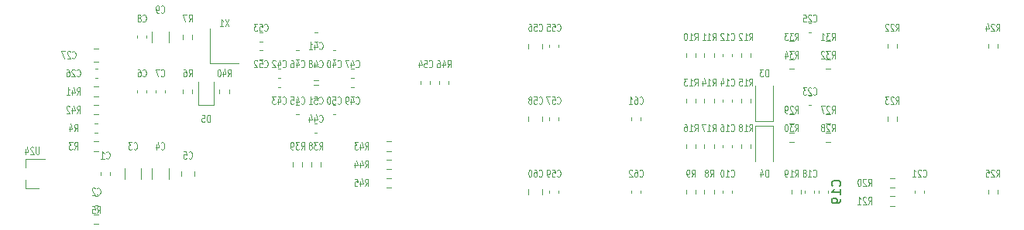
<source format=gbr>
G04 #@! TF.GenerationSoftware,KiCad,Pcbnew,(5.1.10)-1*
G04 #@! TF.CreationDate,2021-11-24T09:21:36-08:00*
G04 #@! TF.ProjectId,UsbSourceMeasureTest,55736253-6f75-4726-9365-4d6561737572,rev?*
G04 #@! TF.SameCoordinates,Original*
G04 #@! TF.FileFunction,Legend,Bot*
G04 #@! TF.FilePolarity,Positive*
%FSLAX46Y46*%
G04 Gerber Fmt 4.6, Leading zero omitted, Abs format (unit mm)*
G04 Created by KiCad (PCBNEW (5.1.10)-1) date 2021-11-24 09:21:36*
%MOMM*%
%LPD*%
G01*
G04 APERTURE LIST*
%ADD10C,0.120000*%
%ADD11C,0.100000*%
%ADD12C,0.150000*%
G04 APERTURE END LIST*
D10*
X129837221Y-28490000D02*
X130162779Y-28490000D01*
X129837221Y-29510000D02*
X130162779Y-29510000D01*
X129837221Y-27510000D02*
X130162779Y-27510000D01*
X129837221Y-26490000D02*
X130162779Y-26490000D01*
X127575000Y-29900000D02*
X124425000Y-29900000D01*
X124425000Y-29900000D02*
X124425000Y-26100000D01*
X104240000Y-43580000D02*
X104240000Y-42650000D01*
X104240000Y-40420000D02*
X104240000Y-41350000D01*
X104240000Y-40420000D02*
X106400000Y-40420000D01*
X104240000Y-43580000D02*
X105700000Y-43580000D01*
X131837221Y-31510000D02*
X132162779Y-31510000D01*
X131837221Y-30490000D02*
X132162779Y-30490000D01*
X135837221Y-26490000D02*
X136162779Y-26490000D01*
X135837221Y-27510000D02*
X136162779Y-27510000D01*
X131837221Y-33510000D02*
X132162779Y-33510000D01*
X131837221Y-32490000D02*
X132162779Y-32490000D01*
X170490000Y-44140580D02*
X170490000Y-43859420D01*
X171510000Y-44140580D02*
X171510000Y-43859420D01*
X171510000Y-36140580D02*
X171510000Y-35859420D01*
X170490000Y-36140580D02*
X170490000Y-35859420D01*
X201490000Y-43859420D02*
X201490000Y-44140580D01*
X202510000Y-43859420D02*
X202510000Y-44140580D01*
X199237258Y-43522500D02*
X198762742Y-43522500D01*
X199237258Y-42477500D02*
X198762742Y-42477500D01*
X198762742Y-45522500D02*
X199237258Y-45522500D01*
X198762742Y-44477500D02*
X199237258Y-44477500D01*
X198477500Y-28237258D02*
X198477500Y-27762742D01*
X199522500Y-28237258D02*
X199522500Y-27762742D01*
X210522500Y-28237258D02*
X210522500Y-27762742D01*
X209477500Y-28237258D02*
X209477500Y-27762742D01*
X199522500Y-36237258D02*
X199522500Y-35762742D01*
X198477500Y-36237258D02*
X198477500Y-35762742D01*
X209477500Y-43762742D02*
X209477500Y-44237258D01*
X210522500Y-43762742D02*
X210522500Y-44237258D01*
X180490000Y-38859420D02*
X180490000Y-39140580D01*
X181510000Y-38859420D02*
X181510000Y-39140580D01*
X184000000Y-36750000D02*
X186000000Y-36750000D01*
X186000000Y-36750000D02*
X186000000Y-40650000D01*
X184000000Y-36750000D02*
X184000000Y-40650000D01*
X179522500Y-38762742D02*
X179522500Y-39237258D01*
X178477500Y-38762742D02*
X178477500Y-39237258D01*
X182477500Y-38762742D02*
X182477500Y-39237258D01*
X183522500Y-38762742D02*
X183522500Y-39237258D01*
X176477500Y-38762742D02*
X176477500Y-39237258D01*
X177522500Y-38762742D02*
X177522500Y-39237258D01*
X181510000Y-33859420D02*
X181510000Y-34140580D01*
X180490000Y-33859420D02*
X180490000Y-34140580D01*
X186000000Y-36250000D02*
X186000000Y-32350000D01*
X184000000Y-36250000D02*
X184000000Y-32350000D01*
X186000000Y-36250000D02*
X184000000Y-36250000D01*
X178477500Y-33762742D02*
X178477500Y-34237258D01*
X179522500Y-33762742D02*
X179522500Y-34237258D01*
X183522500Y-33762742D02*
X183522500Y-34237258D01*
X182477500Y-33762742D02*
X182477500Y-34237258D01*
X177522500Y-33762742D02*
X177522500Y-34237258D01*
X176477500Y-33762742D02*
X176477500Y-34237258D01*
X180490000Y-28859420D02*
X180490000Y-29140580D01*
X181510000Y-28859420D02*
X181510000Y-29140580D01*
X178477500Y-28762742D02*
X178477500Y-29237258D01*
X179522500Y-28762742D02*
X179522500Y-29237258D01*
X183522500Y-28762742D02*
X183522500Y-29237258D01*
X182477500Y-28762742D02*
X182477500Y-29237258D01*
X177522500Y-28762742D02*
X177522500Y-29237258D01*
X176477500Y-28762742D02*
X176477500Y-29237258D01*
X189859420Y-33490000D02*
X190140580Y-33490000D01*
X189859420Y-34510000D02*
X190140580Y-34510000D01*
X192237258Y-36522500D02*
X191762742Y-36522500D01*
X192237258Y-35477500D02*
X191762742Y-35477500D01*
X192237258Y-37477500D02*
X191762742Y-37477500D01*
X192237258Y-38522500D02*
X191762742Y-38522500D01*
X187762742Y-35477500D02*
X188237258Y-35477500D01*
X187762742Y-36522500D02*
X188237258Y-36522500D01*
X187762742Y-38522500D02*
X188237258Y-38522500D01*
X187762742Y-37477500D02*
X188237258Y-37477500D01*
X190510000Y-44140580D02*
X190510000Y-43859420D01*
X189490000Y-44140580D02*
X189490000Y-43859420D01*
X189022500Y-44237258D02*
X189022500Y-43762742D01*
X187977500Y-44237258D02*
X187977500Y-43762742D01*
X189859420Y-26510000D02*
X190140580Y-26510000D01*
X189859420Y-25490000D02*
X190140580Y-25490000D01*
X192237258Y-27477500D02*
X191762742Y-27477500D01*
X192237258Y-28522500D02*
X191762742Y-28522500D01*
X192237258Y-30522500D02*
X191762742Y-30522500D01*
X192237258Y-29477500D02*
X191762742Y-29477500D01*
X187762742Y-27477500D02*
X188237258Y-27477500D01*
X187762742Y-28522500D02*
X188237258Y-28522500D01*
X187762742Y-29477500D02*
X188237258Y-29477500D01*
X187762742Y-30522500D02*
X188237258Y-30522500D01*
X162510000Y-43859420D02*
X162510000Y-44140580D01*
X161490000Y-43859420D02*
X161490000Y-44140580D01*
X159265000Y-43738748D02*
X159265000Y-44261252D01*
X160735000Y-43738748D02*
X160735000Y-44261252D01*
X162510000Y-35859420D02*
X162510000Y-36140580D01*
X161490000Y-35859420D02*
X161490000Y-36140580D01*
X160735000Y-35738748D02*
X160735000Y-36261252D01*
X159265000Y-35738748D02*
X159265000Y-36261252D01*
X161490000Y-27859420D02*
X161490000Y-28140580D01*
X162510000Y-27859420D02*
X162510000Y-28140580D01*
X160735000Y-27738748D02*
X160735000Y-28261252D01*
X159265000Y-27738748D02*
X159265000Y-28261252D01*
X111762742Y-32477500D02*
X112237258Y-32477500D01*
X111762742Y-33522500D02*
X112237258Y-33522500D01*
X111762742Y-34477500D02*
X112237258Y-34477500D01*
X111762742Y-35522500D02*
X112237258Y-35522500D01*
X122522500Y-33237258D02*
X122522500Y-32762742D01*
X121477500Y-33237258D02*
X121477500Y-32762742D01*
X122522500Y-27237258D02*
X122522500Y-26762742D01*
X121477500Y-27237258D02*
X121477500Y-26762742D01*
X137859420Y-29510000D02*
X138140580Y-29510000D01*
X137859420Y-28490000D02*
X138140580Y-28490000D01*
X135859420Y-36490000D02*
X136140580Y-36490000D01*
X135859420Y-37510000D02*
X136140580Y-37510000D01*
X133859420Y-35510000D02*
X134140580Y-35510000D01*
X133859420Y-34490000D02*
X134140580Y-34490000D01*
X139859420Y-31510000D02*
X140140580Y-31510000D01*
X139859420Y-30490000D02*
X140140580Y-30490000D01*
X136261252Y-30265000D02*
X135738748Y-30265000D01*
X136261252Y-31735000D02*
X135738748Y-31735000D01*
X126522500Y-33237258D02*
X126522500Y-32762742D01*
X125477500Y-33237258D02*
X125477500Y-32762742D01*
X133477500Y-41237258D02*
X133477500Y-40762742D01*
X134522500Y-41237258D02*
X134522500Y-40762742D01*
X136522500Y-41237258D02*
X136522500Y-40762742D01*
X135477500Y-41237258D02*
X135477500Y-40762742D01*
X134140580Y-29510000D02*
X133859420Y-29510000D01*
X134140580Y-28490000D02*
X133859420Y-28490000D01*
X139859420Y-32490000D02*
X140140580Y-32490000D01*
X139859420Y-33510000D02*
X140140580Y-33510000D01*
X137859420Y-34490000D02*
X138140580Y-34490000D01*
X137859420Y-35510000D02*
X138140580Y-35510000D01*
X136261252Y-32265000D02*
X135738748Y-32265000D01*
X136261252Y-33735000D02*
X135738748Y-33735000D01*
X112140580Y-31510000D02*
X111859420Y-31510000D01*
X112140580Y-30490000D02*
X111859420Y-30490000D01*
X112261252Y-28265000D02*
X111738748Y-28265000D01*
X112261252Y-29735000D02*
X111738748Y-29735000D01*
X124850000Y-34500000D02*
X123150000Y-34500000D01*
X123150000Y-34500000D02*
X123150000Y-31950000D01*
X124850000Y-34500000D02*
X124850000Y-31950000D01*
X180490000Y-43859420D02*
X180490000Y-44140580D01*
X181510000Y-43859420D02*
X181510000Y-44140580D01*
X177522500Y-44237258D02*
X177522500Y-43762742D01*
X176477500Y-44237258D02*
X176477500Y-43762742D01*
X178477500Y-43762742D02*
X178477500Y-44237258D01*
X179522500Y-43762742D02*
X179522500Y-44237258D01*
X111859420Y-45510000D02*
X112140580Y-45510000D01*
X111859420Y-44490000D02*
X112140580Y-44490000D01*
X112237258Y-47522500D02*
X111762742Y-47522500D01*
X112237258Y-46477500D02*
X111762742Y-46477500D01*
X112237258Y-38477500D02*
X111762742Y-38477500D01*
X112237258Y-39522500D02*
X111762742Y-39522500D01*
X113510000Y-41859420D02*
X113510000Y-42140580D01*
X112490000Y-41859420D02*
X112490000Y-42140580D01*
X122735000Y-41738748D02*
X122735000Y-42261252D01*
X121265000Y-41738748D02*
X121265000Y-42261252D01*
X117510000Y-33140580D02*
X117510000Y-32859420D01*
X116490000Y-33140580D02*
X116490000Y-32859420D01*
X116490000Y-27140580D02*
X116490000Y-26859420D01*
X117510000Y-27140580D02*
X117510000Y-26859420D01*
X144237258Y-43522500D02*
X143762742Y-43522500D01*
X144237258Y-42477500D02*
X143762742Y-42477500D01*
X144237258Y-41522500D02*
X143762742Y-41522500D01*
X144237258Y-40477500D02*
X143762742Y-40477500D01*
X144237258Y-39522500D02*
X143762742Y-39522500D01*
X144237258Y-38477500D02*
X143762742Y-38477500D01*
X118490000Y-32859420D02*
X118490000Y-33140580D01*
X119510000Y-32859420D02*
X119510000Y-33140580D01*
X150510000Y-31837221D02*
X150510000Y-32162779D01*
X149490000Y-31837221D02*
X149490000Y-32162779D01*
X148510000Y-31837221D02*
X148510000Y-32162779D01*
X147490000Y-31837221D02*
X147490000Y-32162779D01*
X116910000Y-41397936D02*
X116910000Y-42602064D01*
X115090000Y-41397936D02*
X115090000Y-42602064D01*
X118090000Y-41397936D02*
X118090000Y-42602064D01*
X119910000Y-41397936D02*
X119910000Y-42602064D01*
X119910000Y-26397936D02*
X119910000Y-27602064D01*
X118090000Y-26397936D02*
X118090000Y-27602064D01*
X111837221Y-36490000D02*
X112162779Y-36490000D01*
X111837221Y-37510000D02*
X112162779Y-37510000D01*
X192010000Y-44140580D02*
X192010000Y-43859420D01*
X190990000Y-44140580D02*
X190990000Y-43859420D01*
D11*
X130385714Y-30285714D02*
X130414285Y-30323809D01*
X130500000Y-30361904D01*
X130557142Y-30361904D01*
X130642857Y-30323809D01*
X130700000Y-30247619D01*
X130728571Y-30171428D01*
X130757142Y-30019047D01*
X130757142Y-29904761D01*
X130728571Y-29752380D01*
X130700000Y-29676190D01*
X130642857Y-29600000D01*
X130557142Y-29561904D01*
X130500000Y-29561904D01*
X130414285Y-29600000D01*
X130385714Y-29638095D01*
X129842857Y-29561904D02*
X130128571Y-29561904D01*
X130157142Y-29942857D01*
X130128571Y-29904761D01*
X130071428Y-29866666D01*
X129928571Y-29866666D01*
X129871428Y-29904761D01*
X129842857Y-29942857D01*
X129814285Y-30019047D01*
X129814285Y-30209523D01*
X129842857Y-30285714D01*
X129871428Y-30323809D01*
X129928571Y-30361904D01*
X130071428Y-30361904D01*
X130128571Y-30323809D01*
X130157142Y-30285714D01*
X129585714Y-29638095D02*
X129557142Y-29600000D01*
X129500000Y-29561904D01*
X129357142Y-29561904D01*
X129300000Y-29600000D01*
X129271428Y-29638095D01*
X129242857Y-29714285D01*
X129242857Y-29790476D01*
X129271428Y-29904761D01*
X129614285Y-30361904D01*
X129242857Y-30361904D01*
X130385714Y-26285714D02*
X130414285Y-26323809D01*
X130500000Y-26361904D01*
X130557142Y-26361904D01*
X130642857Y-26323809D01*
X130700000Y-26247619D01*
X130728571Y-26171428D01*
X130757142Y-26019047D01*
X130757142Y-25904761D01*
X130728571Y-25752380D01*
X130700000Y-25676190D01*
X130642857Y-25600000D01*
X130557142Y-25561904D01*
X130500000Y-25561904D01*
X130414285Y-25600000D01*
X130385714Y-25638095D01*
X129842857Y-25561904D02*
X130128571Y-25561904D01*
X130157142Y-25942857D01*
X130128571Y-25904761D01*
X130071428Y-25866666D01*
X129928571Y-25866666D01*
X129871428Y-25904761D01*
X129842857Y-25942857D01*
X129814285Y-26019047D01*
X129814285Y-26209523D01*
X129842857Y-26285714D01*
X129871428Y-26323809D01*
X129928571Y-26361904D01*
X130071428Y-26361904D01*
X130128571Y-26323809D01*
X130157142Y-26285714D01*
X129614285Y-25561904D02*
X129242857Y-25561904D01*
X129442857Y-25866666D01*
X129357142Y-25866666D01*
X129300000Y-25904761D01*
X129271428Y-25942857D01*
X129242857Y-26019047D01*
X129242857Y-26209523D01*
X129271428Y-26285714D01*
X129300000Y-26323809D01*
X129357142Y-26361904D01*
X129528571Y-26361904D01*
X129585714Y-26323809D01*
X129614285Y-26285714D01*
X126485714Y-25061904D02*
X126085714Y-25861904D01*
X126085714Y-25061904D02*
X126485714Y-25861904D01*
X125542857Y-25861904D02*
X125885714Y-25861904D01*
X125714285Y-25861904D02*
X125714285Y-25061904D01*
X125771428Y-25176190D01*
X125828571Y-25252380D01*
X125885714Y-25290476D01*
X105742857Y-39061904D02*
X105742857Y-39709523D01*
X105714285Y-39785714D01*
X105685714Y-39823809D01*
X105628571Y-39861904D01*
X105514285Y-39861904D01*
X105457142Y-39823809D01*
X105428571Y-39785714D01*
X105400000Y-39709523D01*
X105400000Y-39061904D01*
X105142857Y-39138095D02*
X105114285Y-39100000D01*
X105057142Y-39061904D01*
X104914285Y-39061904D01*
X104857142Y-39100000D01*
X104828571Y-39138095D01*
X104800000Y-39214285D01*
X104800000Y-39290476D01*
X104828571Y-39404761D01*
X105171428Y-39861904D01*
X104800000Y-39861904D01*
X104285714Y-39328571D02*
X104285714Y-39861904D01*
X104428571Y-39023809D02*
X104571428Y-39595238D01*
X104200000Y-39595238D01*
X132385714Y-30285714D02*
X132414285Y-30323809D01*
X132500000Y-30361904D01*
X132557142Y-30361904D01*
X132642857Y-30323809D01*
X132700000Y-30247619D01*
X132728571Y-30171428D01*
X132757142Y-30019047D01*
X132757142Y-29904761D01*
X132728571Y-29752380D01*
X132700000Y-29676190D01*
X132642857Y-29600000D01*
X132557142Y-29561904D01*
X132500000Y-29561904D01*
X132414285Y-29600000D01*
X132385714Y-29638095D01*
X131871428Y-29828571D02*
X131871428Y-30361904D01*
X132014285Y-29523809D02*
X132157142Y-30095238D01*
X131785714Y-30095238D01*
X131585714Y-29638095D02*
X131557142Y-29600000D01*
X131500000Y-29561904D01*
X131357142Y-29561904D01*
X131300000Y-29600000D01*
X131271428Y-29638095D01*
X131242857Y-29714285D01*
X131242857Y-29790476D01*
X131271428Y-29904761D01*
X131614285Y-30361904D01*
X131242857Y-30361904D01*
X136385714Y-28285714D02*
X136414285Y-28323809D01*
X136500000Y-28361904D01*
X136557142Y-28361904D01*
X136642857Y-28323809D01*
X136700000Y-28247619D01*
X136728571Y-28171428D01*
X136757142Y-28019047D01*
X136757142Y-27904761D01*
X136728571Y-27752380D01*
X136700000Y-27676190D01*
X136642857Y-27600000D01*
X136557142Y-27561904D01*
X136500000Y-27561904D01*
X136414285Y-27600000D01*
X136385714Y-27638095D01*
X135871428Y-27828571D02*
X135871428Y-28361904D01*
X136014285Y-27523809D02*
X136157142Y-28095238D01*
X135785714Y-28095238D01*
X135242857Y-28361904D02*
X135585714Y-28361904D01*
X135414285Y-28361904D02*
X135414285Y-27561904D01*
X135471428Y-27676190D01*
X135528571Y-27752380D01*
X135585714Y-27790476D01*
X132385714Y-34285714D02*
X132414285Y-34323809D01*
X132500000Y-34361904D01*
X132557142Y-34361904D01*
X132642857Y-34323809D01*
X132700000Y-34247619D01*
X132728571Y-34171428D01*
X132757142Y-34019047D01*
X132757142Y-33904761D01*
X132728571Y-33752380D01*
X132700000Y-33676190D01*
X132642857Y-33600000D01*
X132557142Y-33561904D01*
X132500000Y-33561904D01*
X132414285Y-33600000D01*
X132385714Y-33638095D01*
X131871428Y-33828571D02*
X131871428Y-34361904D01*
X132014285Y-33523809D02*
X132157142Y-34095238D01*
X131785714Y-34095238D01*
X131614285Y-33561904D02*
X131242857Y-33561904D01*
X131442857Y-33866666D01*
X131357142Y-33866666D01*
X131300000Y-33904761D01*
X131271428Y-33942857D01*
X131242857Y-34019047D01*
X131242857Y-34209523D01*
X131271428Y-34285714D01*
X131300000Y-34323809D01*
X131357142Y-34361904D01*
X131528571Y-34361904D01*
X131585714Y-34323809D01*
X131614285Y-34285714D01*
X171385714Y-42285714D02*
X171414285Y-42323809D01*
X171500000Y-42361904D01*
X171557142Y-42361904D01*
X171642857Y-42323809D01*
X171700000Y-42247619D01*
X171728571Y-42171428D01*
X171757142Y-42019047D01*
X171757142Y-41904761D01*
X171728571Y-41752380D01*
X171700000Y-41676190D01*
X171642857Y-41600000D01*
X171557142Y-41561904D01*
X171500000Y-41561904D01*
X171414285Y-41600000D01*
X171385714Y-41638095D01*
X170871428Y-41561904D02*
X170985714Y-41561904D01*
X171042857Y-41600000D01*
X171071428Y-41638095D01*
X171128571Y-41752380D01*
X171157142Y-41904761D01*
X171157142Y-42209523D01*
X171128571Y-42285714D01*
X171100000Y-42323809D01*
X171042857Y-42361904D01*
X170928571Y-42361904D01*
X170871428Y-42323809D01*
X170842857Y-42285714D01*
X170814285Y-42209523D01*
X170814285Y-42019047D01*
X170842857Y-41942857D01*
X170871428Y-41904761D01*
X170928571Y-41866666D01*
X171042857Y-41866666D01*
X171100000Y-41904761D01*
X171128571Y-41942857D01*
X171157142Y-42019047D01*
X170585714Y-41638095D02*
X170557142Y-41600000D01*
X170500000Y-41561904D01*
X170357142Y-41561904D01*
X170300000Y-41600000D01*
X170271428Y-41638095D01*
X170242857Y-41714285D01*
X170242857Y-41790476D01*
X170271428Y-41904761D01*
X170614285Y-42361904D01*
X170242857Y-42361904D01*
X171385714Y-34285714D02*
X171414285Y-34323809D01*
X171500000Y-34361904D01*
X171557142Y-34361904D01*
X171642857Y-34323809D01*
X171700000Y-34247619D01*
X171728571Y-34171428D01*
X171757142Y-34019047D01*
X171757142Y-33904761D01*
X171728571Y-33752380D01*
X171700000Y-33676190D01*
X171642857Y-33600000D01*
X171557142Y-33561904D01*
X171500000Y-33561904D01*
X171414285Y-33600000D01*
X171385714Y-33638095D01*
X170871428Y-33561904D02*
X170985714Y-33561904D01*
X171042857Y-33600000D01*
X171071428Y-33638095D01*
X171128571Y-33752380D01*
X171157142Y-33904761D01*
X171157142Y-34209523D01*
X171128571Y-34285714D01*
X171100000Y-34323809D01*
X171042857Y-34361904D01*
X170928571Y-34361904D01*
X170871428Y-34323809D01*
X170842857Y-34285714D01*
X170814285Y-34209523D01*
X170814285Y-34019047D01*
X170842857Y-33942857D01*
X170871428Y-33904761D01*
X170928571Y-33866666D01*
X171042857Y-33866666D01*
X171100000Y-33904761D01*
X171128571Y-33942857D01*
X171157142Y-34019047D01*
X170242857Y-34361904D02*
X170585714Y-34361904D01*
X170414285Y-34361904D02*
X170414285Y-33561904D01*
X170471428Y-33676190D01*
X170528571Y-33752380D01*
X170585714Y-33790476D01*
X202385714Y-42285714D02*
X202414285Y-42323809D01*
X202500000Y-42361904D01*
X202557142Y-42361904D01*
X202642857Y-42323809D01*
X202700000Y-42247619D01*
X202728571Y-42171428D01*
X202757142Y-42019047D01*
X202757142Y-41904761D01*
X202728571Y-41752380D01*
X202700000Y-41676190D01*
X202642857Y-41600000D01*
X202557142Y-41561904D01*
X202500000Y-41561904D01*
X202414285Y-41600000D01*
X202385714Y-41638095D01*
X202157142Y-41638095D02*
X202128571Y-41600000D01*
X202071428Y-41561904D01*
X201928571Y-41561904D01*
X201871428Y-41600000D01*
X201842857Y-41638095D01*
X201814285Y-41714285D01*
X201814285Y-41790476D01*
X201842857Y-41904761D01*
X202185714Y-42361904D01*
X201814285Y-42361904D01*
X201242857Y-42361904D02*
X201585714Y-42361904D01*
X201414285Y-42361904D02*
X201414285Y-41561904D01*
X201471428Y-41676190D01*
X201528571Y-41752380D01*
X201585714Y-41790476D01*
X196385714Y-43361904D02*
X196585714Y-42980952D01*
X196728571Y-43361904D02*
X196728571Y-42561904D01*
X196500000Y-42561904D01*
X196442857Y-42600000D01*
X196414285Y-42638095D01*
X196385714Y-42714285D01*
X196385714Y-42828571D01*
X196414285Y-42904761D01*
X196442857Y-42942857D01*
X196500000Y-42980952D01*
X196728571Y-42980952D01*
X196157142Y-42638095D02*
X196128571Y-42600000D01*
X196071428Y-42561904D01*
X195928571Y-42561904D01*
X195871428Y-42600000D01*
X195842857Y-42638095D01*
X195814285Y-42714285D01*
X195814285Y-42790476D01*
X195842857Y-42904761D01*
X196185714Y-43361904D01*
X195814285Y-43361904D01*
X195442857Y-42561904D02*
X195385714Y-42561904D01*
X195328571Y-42600000D01*
X195300000Y-42638095D01*
X195271428Y-42714285D01*
X195242857Y-42866666D01*
X195242857Y-43057142D01*
X195271428Y-43209523D01*
X195300000Y-43285714D01*
X195328571Y-43323809D01*
X195385714Y-43361904D01*
X195442857Y-43361904D01*
X195500000Y-43323809D01*
X195528571Y-43285714D01*
X195557142Y-43209523D01*
X195585714Y-43057142D01*
X195585714Y-42866666D01*
X195557142Y-42714285D01*
X195528571Y-42638095D01*
X195500000Y-42600000D01*
X195442857Y-42561904D01*
X196385714Y-45361904D02*
X196585714Y-44980952D01*
X196728571Y-45361904D02*
X196728571Y-44561904D01*
X196500000Y-44561904D01*
X196442857Y-44600000D01*
X196414285Y-44638095D01*
X196385714Y-44714285D01*
X196385714Y-44828571D01*
X196414285Y-44904761D01*
X196442857Y-44942857D01*
X196500000Y-44980952D01*
X196728571Y-44980952D01*
X196157142Y-44638095D02*
X196128571Y-44600000D01*
X196071428Y-44561904D01*
X195928571Y-44561904D01*
X195871428Y-44600000D01*
X195842857Y-44638095D01*
X195814285Y-44714285D01*
X195814285Y-44790476D01*
X195842857Y-44904761D01*
X196185714Y-45361904D01*
X195814285Y-45361904D01*
X195242857Y-45361904D02*
X195585714Y-45361904D01*
X195414285Y-45361904D02*
X195414285Y-44561904D01*
X195471428Y-44676190D01*
X195528571Y-44752380D01*
X195585714Y-44790476D01*
X199385714Y-26361904D02*
X199585714Y-25980952D01*
X199728571Y-26361904D02*
X199728571Y-25561904D01*
X199500000Y-25561904D01*
X199442857Y-25600000D01*
X199414285Y-25638095D01*
X199385714Y-25714285D01*
X199385714Y-25828571D01*
X199414285Y-25904761D01*
X199442857Y-25942857D01*
X199500000Y-25980952D01*
X199728571Y-25980952D01*
X199157142Y-25638095D02*
X199128571Y-25600000D01*
X199071428Y-25561904D01*
X198928571Y-25561904D01*
X198871428Y-25600000D01*
X198842857Y-25638095D01*
X198814285Y-25714285D01*
X198814285Y-25790476D01*
X198842857Y-25904761D01*
X199185714Y-26361904D01*
X198814285Y-26361904D01*
X198585714Y-25638095D02*
X198557142Y-25600000D01*
X198500000Y-25561904D01*
X198357142Y-25561904D01*
X198300000Y-25600000D01*
X198271428Y-25638095D01*
X198242857Y-25714285D01*
X198242857Y-25790476D01*
X198271428Y-25904761D01*
X198614285Y-26361904D01*
X198242857Y-26361904D01*
X210385714Y-26361904D02*
X210585714Y-25980952D01*
X210728571Y-26361904D02*
X210728571Y-25561904D01*
X210500000Y-25561904D01*
X210442857Y-25600000D01*
X210414285Y-25638095D01*
X210385714Y-25714285D01*
X210385714Y-25828571D01*
X210414285Y-25904761D01*
X210442857Y-25942857D01*
X210500000Y-25980952D01*
X210728571Y-25980952D01*
X210157142Y-25638095D02*
X210128571Y-25600000D01*
X210071428Y-25561904D01*
X209928571Y-25561904D01*
X209871428Y-25600000D01*
X209842857Y-25638095D01*
X209814285Y-25714285D01*
X209814285Y-25790476D01*
X209842857Y-25904761D01*
X210185714Y-26361904D01*
X209814285Y-26361904D01*
X209300000Y-25828571D02*
X209300000Y-26361904D01*
X209442857Y-25523809D02*
X209585714Y-26095238D01*
X209214285Y-26095238D01*
X199385714Y-34361904D02*
X199585714Y-33980952D01*
X199728571Y-34361904D02*
X199728571Y-33561904D01*
X199500000Y-33561904D01*
X199442857Y-33600000D01*
X199414285Y-33638095D01*
X199385714Y-33714285D01*
X199385714Y-33828571D01*
X199414285Y-33904761D01*
X199442857Y-33942857D01*
X199500000Y-33980952D01*
X199728571Y-33980952D01*
X199157142Y-33638095D02*
X199128571Y-33600000D01*
X199071428Y-33561904D01*
X198928571Y-33561904D01*
X198871428Y-33600000D01*
X198842857Y-33638095D01*
X198814285Y-33714285D01*
X198814285Y-33790476D01*
X198842857Y-33904761D01*
X199185714Y-34361904D01*
X198814285Y-34361904D01*
X198614285Y-33561904D02*
X198242857Y-33561904D01*
X198442857Y-33866666D01*
X198357142Y-33866666D01*
X198300000Y-33904761D01*
X198271428Y-33942857D01*
X198242857Y-34019047D01*
X198242857Y-34209523D01*
X198271428Y-34285714D01*
X198300000Y-34323809D01*
X198357142Y-34361904D01*
X198528571Y-34361904D01*
X198585714Y-34323809D01*
X198614285Y-34285714D01*
X210385714Y-42361904D02*
X210585714Y-41980952D01*
X210728571Y-42361904D02*
X210728571Y-41561904D01*
X210500000Y-41561904D01*
X210442857Y-41600000D01*
X210414285Y-41638095D01*
X210385714Y-41714285D01*
X210385714Y-41828571D01*
X210414285Y-41904761D01*
X210442857Y-41942857D01*
X210500000Y-41980952D01*
X210728571Y-41980952D01*
X210157142Y-41638095D02*
X210128571Y-41600000D01*
X210071428Y-41561904D01*
X209928571Y-41561904D01*
X209871428Y-41600000D01*
X209842857Y-41638095D01*
X209814285Y-41714285D01*
X209814285Y-41790476D01*
X209842857Y-41904761D01*
X210185714Y-42361904D01*
X209814285Y-42361904D01*
X209271428Y-41561904D02*
X209557142Y-41561904D01*
X209585714Y-41942857D01*
X209557142Y-41904761D01*
X209500000Y-41866666D01*
X209357142Y-41866666D01*
X209300000Y-41904761D01*
X209271428Y-41942857D01*
X209242857Y-42019047D01*
X209242857Y-42209523D01*
X209271428Y-42285714D01*
X209300000Y-42323809D01*
X209357142Y-42361904D01*
X209500000Y-42361904D01*
X209557142Y-42323809D01*
X209585714Y-42285714D01*
X181385714Y-37285714D02*
X181414285Y-37323809D01*
X181500000Y-37361904D01*
X181557142Y-37361904D01*
X181642857Y-37323809D01*
X181700000Y-37247619D01*
X181728571Y-37171428D01*
X181757142Y-37019047D01*
X181757142Y-36904761D01*
X181728571Y-36752380D01*
X181700000Y-36676190D01*
X181642857Y-36600000D01*
X181557142Y-36561904D01*
X181500000Y-36561904D01*
X181414285Y-36600000D01*
X181385714Y-36638095D01*
X180814285Y-37361904D02*
X181157142Y-37361904D01*
X180985714Y-37361904D02*
X180985714Y-36561904D01*
X181042857Y-36676190D01*
X181100000Y-36752380D01*
X181157142Y-36790476D01*
X180300000Y-36561904D02*
X180414285Y-36561904D01*
X180471428Y-36600000D01*
X180500000Y-36638095D01*
X180557142Y-36752380D01*
X180585714Y-36904761D01*
X180585714Y-37209523D01*
X180557142Y-37285714D01*
X180528571Y-37323809D01*
X180471428Y-37361904D01*
X180357142Y-37361904D01*
X180300000Y-37323809D01*
X180271428Y-37285714D01*
X180242857Y-37209523D01*
X180242857Y-37019047D01*
X180271428Y-36942857D01*
X180300000Y-36904761D01*
X180357142Y-36866666D01*
X180471428Y-36866666D01*
X180528571Y-36904761D01*
X180557142Y-36942857D01*
X180585714Y-37019047D01*
X185442857Y-42361904D02*
X185442857Y-41561904D01*
X185300000Y-41561904D01*
X185214285Y-41600000D01*
X185157142Y-41676190D01*
X185128571Y-41752380D01*
X185100000Y-41904761D01*
X185100000Y-42019047D01*
X185128571Y-42171428D01*
X185157142Y-42247619D01*
X185214285Y-42323809D01*
X185300000Y-42361904D01*
X185442857Y-42361904D01*
X184585714Y-41828571D02*
X184585714Y-42361904D01*
X184728571Y-41523809D02*
X184871428Y-42095238D01*
X184500000Y-42095238D01*
X179385714Y-37361904D02*
X179585714Y-36980952D01*
X179728571Y-37361904D02*
X179728571Y-36561904D01*
X179500000Y-36561904D01*
X179442857Y-36600000D01*
X179414285Y-36638095D01*
X179385714Y-36714285D01*
X179385714Y-36828571D01*
X179414285Y-36904761D01*
X179442857Y-36942857D01*
X179500000Y-36980952D01*
X179728571Y-36980952D01*
X178814285Y-37361904D02*
X179157142Y-37361904D01*
X178985714Y-37361904D02*
X178985714Y-36561904D01*
X179042857Y-36676190D01*
X179100000Y-36752380D01*
X179157142Y-36790476D01*
X178614285Y-36561904D02*
X178214285Y-36561904D01*
X178471428Y-37361904D01*
X183385714Y-37361904D02*
X183585714Y-36980952D01*
X183728571Y-37361904D02*
X183728571Y-36561904D01*
X183500000Y-36561904D01*
X183442857Y-36600000D01*
X183414285Y-36638095D01*
X183385714Y-36714285D01*
X183385714Y-36828571D01*
X183414285Y-36904761D01*
X183442857Y-36942857D01*
X183500000Y-36980952D01*
X183728571Y-36980952D01*
X182814285Y-37361904D02*
X183157142Y-37361904D01*
X182985714Y-37361904D02*
X182985714Y-36561904D01*
X183042857Y-36676190D01*
X183100000Y-36752380D01*
X183157142Y-36790476D01*
X182471428Y-36904761D02*
X182528571Y-36866666D01*
X182557142Y-36828571D01*
X182585714Y-36752380D01*
X182585714Y-36714285D01*
X182557142Y-36638095D01*
X182528571Y-36600000D01*
X182471428Y-36561904D01*
X182357142Y-36561904D01*
X182300000Y-36600000D01*
X182271428Y-36638095D01*
X182242857Y-36714285D01*
X182242857Y-36752380D01*
X182271428Y-36828571D01*
X182300000Y-36866666D01*
X182357142Y-36904761D01*
X182471428Y-36904761D01*
X182528571Y-36942857D01*
X182557142Y-36980952D01*
X182585714Y-37057142D01*
X182585714Y-37209523D01*
X182557142Y-37285714D01*
X182528571Y-37323809D01*
X182471428Y-37361904D01*
X182357142Y-37361904D01*
X182300000Y-37323809D01*
X182271428Y-37285714D01*
X182242857Y-37209523D01*
X182242857Y-37057142D01*
X182271428Y-36980952D01*
X182300000Y-36942857D01*
X182357142Y-36904761D01*
X177385714Y-37361904D02*
X177585714Y-36980952D01*
X177728571Y-37361904D02*
X177728571Y-36561904D01*
X177500000Y-36561904D01*
X177442857Y-36600000D01*
X177414285Y-36638095D01*
X177385714Y-36714285D01*
X177385714Y-36828571D01*
X177414285Y-36904761D01*
X177442857Y-36942857D01*
X177500000Y-36980952D01*
X177728571Y-36980952D01*
X176814285Y-37361904D02*
X177157142Y-37361904D01*
X176985714Y-37361904D02*
X176985714Y-36561904D01*
X177042857Y-36676190D01*
X177100000Y-36752380D01*
X177157142Y-36790476D01*
X176300000Y-36561904D02*
X176414285Y-36561904D01*
X176471428Y-36600000D01*
X176500000Y-36638095D01*
X176557142Y-36752380D01*
X176585714Y-36904761D01*
X176585714Y-37209523D01*
X176557142Y-37285714D01*
X176528571Y-37323809D01*
X176471428Y-37361904D01*
X176357142Y-37361904D01*
X176300000Y-37323809D01*
X176271428Y-37285714D01*
X176242857Y-37209523D01*
X176242857Y-37019047D01*
X176271428Y-36942857D01*
X176300000Y-36904761D01*
X176357142Y-36866666D01*
X176471428Y-36866666D01*
X176528571Y-36904761D01*
X176557142Y-36942857D01*
X176585714Y-37019047D01*
X181385714Y-32285714D02*
X181414285Y-32323809D01*
X181500000Y-32361904D01*
X181557142Y-32361904D01*
X181642857Y-32323809D01*
X181700000Y-32247619D01*
X181728571Y-32171428D01*
X181757142Y-32019047D01*
X181757142Y-31904761D01*
X181728571Y-31752380D01*
X181700000Y-31676190D01*
X181642857Y-31600000D01*
X181557142Y-31561904D01*
X181500000Y-31561904D01*
X181414285Y-31600000D01*
X181385714Y-31638095D01*
X180814285Y-32361904D02*
X181157142Y-32361904D01*
X180985714Y-32361904D02*
X180985714Y-31561904D01*
X181042857Y-31676190D01*
X181100000Y-31752380D01*
X181157142Y-31790476D01*
X180300000Y-31828571D02*
X180300000Y-32361904D01*
X180442857Y-31523809D02*
X180585714Y-32095238D01*
X180214285Y-32095238D01*
X185442857Y-31361904D02*
X185442857Y-30561904D01*
X185300000Y-30561904D01*
X185214285Y-30600000D01*
X185157142Y-30676190D01*
X185128571Y-30752380D01*
X185100000Y-30904761D01*
X185100000Y-31019047D01*
X185128571Y-31171428D01*
X185157142Y-31247619D01*
X185214285Y-31323809D01*
X185300000Y-31361904D01*
X185442857Y-31361904D01*
X184900000Y-30561904D02*
X184528571Y-30561904D01*
X184728571Y-30866666D01*
X184642857Y-30866666D01*
X184585714Y-30904761D01*
X184557142Y-30942857D01*
X184528571Y-31019047D01*
X184528571Y-31209523D01*
X184557142Y-31285714D01*
X184585714Y-31323809D01*
X184642857Y-31361904D01*
X184814285Y-31361904D01*
X184871428Y-31323809D01*
X184900000Y-31285714D01*
X179385714Y-32361904D02*
X179585714Y-31980952D01*
X179728571Y-32361904D02*
X179728571Y-31561904D01*
X179500000Y-31561904D01*
X179442857Y-31600000D01*
X179414285Y-31638095D01*
X179385714Y-31714285D01*
X179385714Y-31828571D01*
X179414285Y-31904761D01*
X179442857Y-31942857D01*
X179500000Y-31980952D01*
X179728571Y-31980952D01*
X178814285Y-32361904D02*
X179157142Y-32361904D01*
X178985714Y-32361904D02*
X178985714Y-31561904D01*
X179042857Y-31676190D01*
X179100000Y-31752380D01*
X179157142Y-31790476D01*
X178300000Y-31828571D02*
X178300000Y-32361904D01*
X178442857Y-31523809D02*
X178585714Y-32095238D01*
X178214285Y-32095238D01*
X183385714Y-32361904D02*
X183585714Y-31980952D01*
X183728571Y-32361904D02*
X183728571Y-31561904D01*
X183500000Y-31561904D01*
X183442857Y-31600000D01*
X183414285Y-31638095D01*
X183385714Y-31714285D01*
X183385714Y-31828571D01*
X183414285Y-31904761D01*
X183442857Y-31942857D01*
X183500000Y-31980952D01*
X183728571Y-31980952D01*
X182814285Y-32361904D02*
X183157142Y-32361904D01*
X182985714Y-32361904D02*
X182985714Y-31561904D01*
X183042857Y-31676190D01*
X183100000Y-31752380D01*
X183157142Y-31790476D01*
X182271428Y-31561904D02*
X182557142Y-31561904D01*
X182585714Y-31942857D01*
X182557142Y-31904761D01*
X182500000Y-31866666D01*
X182357142Y-31866666D01*
X182300000Y-31904761D01*
X182271428Y-31942857D01*
X182242857Y-32019047D01*
X182242857Y-32209523D01*
X182271428Y-32285714D01*
X182300000Y-32323809D01*
X182357142Y-32361904D01*
X182500000Y-32361904D01*
X182557142Y-32323809D01*
X182585714Y-32285714D01*
X177385714Y-32361904D02*
X177585714Y-31980952D01*
X177728571Y-32361904D02*
X177728571Y-31561904D01*
X177500000Y-31561904D01*
X177442857Y-31600000D01*
X177414285Y-31638095D01*
X177385714Y-31714285D01*
X177385714Y-31828571D01*
X177414285Y-31904761D01*
X177442857Y-31942857D01*
X177500000Y-31980952D01*
X177728571Y-31980952D01*
X176814285Y-32361904D02*
X177157142Y-32361904D01*
X176985714Y-32361904D02*
X176985714Y-31561904D01*
X177042857Y-31676190D01*
X177100000Y-31752380D01*
X177157142Y-31790476D01*
X176614285Y-31561904D02*
X176242857Y-31561904D01*
X176442857Y-31866666D01*
X176357142Y-31866666D01*
X176300000Y-31904761D01*
X176271428Y-31942857D01*
X176242857Y-32019047D01*
X176242857Y-32209523D01*
X176271428Y-32285714D01*
X176300000Y-32323809D01*
X176357142Y-32361904D01*
X176528571Y-32361904D01*
X176585714Y-32323809D01*
X176614285Y-32285714D01*
X181385714Y-27285714D02*
X181414285Y-27323809D01*
X181500000Y-27361904D01*
X181557142Y-27361904D01*
X181642857Y-27323809D01*
X181700000Y-27247619D01*
X181728571Y-27171428D01*
X181757142Y-27019047D01*
X181757142Y-26904761D01*
X181728571Y-26752380D01*
X181700000Y-26676190D01*
X181642857Y-26600000D01*
X181557142Y-26561904D01*
X181500000Y-26561904D01*
X181414285Y-26600000D01*
X181385714Y-26638095D01*
X180814285Y-27361904D02*
X181157142Y-27361904D01*
X180985714Y-27361904D02*
X180985714Y-26561904D01*
X181042857Y-26676190D01*
X181100000Y-26752380D01*
X181157142Y-26790476D01*
X180585714Y-26638095D02*
X180557142Y-26600000D01*
X180500000Y-26561904D01*
X180357142Y-26561904D01*
X180300000Y-26600000D01*
X180271428Y-26638095D01*
X180242857Y-26714285D01*
X180242857Y-26790476D01*
X180271428Y-26904761D01*
X180614285Y-27361904D01*
X180242857Y-27361904D01*
X179385714Y-27361904D02*
X179585714Y-26980952D01*
X179728571Y-27361904D02*
X179728571Y-26561904D01*
X179500000Y-26561904D01*
X179442857Y-26600000D01*
X179414285Y-26638095D01*
X179385714Y-26714285D01*
X179385714Y-26828571D01*
X179414285Y-26904761D01*
X179442857Y-26942857D01*
X179500000Y-26980952D01*
X179728571Y-26980952D01*
X178814285Y-27361904D02*
X179157142Y-27361904D01*
X178985714Y-27361904D02*
X178985714Y-26561904D01*
X179042857Y-26676190D01*
X179100000Y-26752380D01*
X179157142Y-26790476D01*
X178242857Y-27361904D02*
X178585714Y-27361904D01*
X178414285Y-27361904D02*
X178414285Y-26561904D01*
X178471428Y-26676190D01*
X178528571Y-26752380D01*
X178585714Y-26790476D01*
X183385714Y-27361904D02*
X183585714Y-26980952D01*
X183728571Y-27361904D02*
X183728571Y-26561904D01*
X183500000Y-26561904D01*
X183442857Y-26600000D01*
X183414285Y-26638095D01*
X183385714Y-26714285D01*
X183385714Y-26828571D01*
X183414285Y-26904761D01*
X183442857Y-26942857D01*
X183500000Y-26980952D01*
X183728571Y-26980952D01*
X182814285Y-27361904D02*
X183157142Y-27361904D01*
X182985714Y-27361904D02*
X182985714Y-26561904D01*
X183042857Y-26676190D01*
X183100000Y-26752380D01*
X183157142Y-26790476D01*
X182585714Y-26638095D02*
X182557142Y-26600000D01*
X182500000Y-26561904D01*
X182357142Y-26561904D01*
X182300000Y-26600000D01*
X182271428Y-26638095D01*
X182242857Y-26714285D01*
X182242857Y-26790476D01*
X182271428Y-26904761D01*
X182614285Y-27361904D01*
X182242857Y-27361904D01*
X177385714Y-27361904D02*
X177585714Y-26980952D01*
X177728571Y-27361904D02*
X177728571Y-26561904D01*
X177500000Y-26561904D01*
X177442857Y-26600000D01*
X177414285Y-26638095D01*
X177385714Y-26714285D01*
X177385714Y-26828571D01*
X177414285Y-26904761D01*
X177442857Y-26942857D01*
X177500000Y-26980952D01*
X177728571Y-26980952D01*
X176814285Y-27361904D02*
X177157142Y-27361904D01*
X176985714Y-27361904D02*
X176985714Y-26561904D01*
X177042857Y-26676190D01*
X177100000Y-26752380D01*
X177157142Y-26790476D01*
X176442857Y-26561904D02*
X176385714Y-26561904D01*
X176328571Y-26600000D01*
X176300000Y-26638095D01*
X176271428Y-26714285D01*
X176242857Y-26866666D01*
X176242857Y-27057142D01*
X176271428Y-27209523D01*
X176300000Y-27285714D01*
X176328571Y-27323809D01*
X176385714Y-27361904D01*
X176442857Y-27361904D01*
X176500000Y-27323809D01*
X176528571Y-27285714D01*
X176557142Y-27209523D01*
X176585714Y-27057142D01*
X176585714Y-26866666D01*
X176557142Y-26714285D01*
X176528571Y-26638095D01*
X176500000Y-26600000D01*
X176442857Y-26561904D01*
X190385714Y-33285714D02*
X190414285Y-33323809D01*
X190500000Y-33361904D01*
X190557142Y-33361904D01*
X190642857Y-33323809D01*
X190700000Y-33247619D01*
X190728571Y-33171428D01*
X190757142Y-33019047D01*
X190757142Y-32904761D01*
X190728571Y-32752380D01*
X190700000Y-32676190D01*
X190642857Y-32600000D01*
X190557142Y-32561904D01*
X190500000Y-32561904D01*
X190414285Y-32600000D01*
X190385714Y-32638095D01*
X190157142Y-32638095D02*
X190128571Y-32600000D01*
X190071428Y-32561904D01*
X189928571Y-32561904D01*
X189871428Y-32600000D01*
X189842857Y-32638095D01*
X189814285Y-32714285D01*
X189814285Y-32790476D01*
X189842857Y-32904761D01*
X190185714Y-33361904D01*
X189814285Y-33361904D01*
X189614285Y-32561904D02*
X189242857Y-32561904D01*
X189442857Y-32866666D01*
X189357142Y-32866666D01*
X189300000Y-32904761D01*
X189271428Y-32942857D01*
X189242857Y-33019047D01*
X189242857Y-33209523D01*
X189271428Y-33285714D01*
X189300000Y-33323809D01*
X189357142Y-33361904D01*
X189528571Y-33361904D01*
X189585714Y-33323809D01*
X189614285Y-33285714D01*
X192385714Y-35361904D02*
X192585714Y-34980952D01*
X192728571Y-35361904D02*
X192728571Y-34561904D01*
X192500000Y-34561904D01*
X192442857Y-34600000D01*
X192414285Y-34638095D01*
X192385714Y-34714285D01*
X192385714Y-34828571D01*
X192414285Y-34904761D01*
X192442857Y-34942857D01*
X192500000Y-34980952D01*
X192728571Y-34980952D01*
X192157142Y-34638095D02*
X192128571Y-34600000D01*
X192071428Y-34561904D01*
X191928571Y-34561904D01*
X191871428Y-34600000D01*
X191842857Y-34638095D01*
X191814285Y-34714285D01*
X191814285Y-34790476D01*
X191842857Y-34904761D01*
X192185714Y-35361904D01*
X191814285Y-35361904D01*
X191614285Y-34561904D02*
X191214285Y-34561904D01*
X191471428Y-35361904D01*
X192385714Y-37361904D02*
X192585714Y-36980952D01*
X192728571Y-37361904D02*
X192728571Y-36561904D01*
X192500000Y-36561904D01*
X192442857Y-36600000D01*
X192414285Y-36638095D01*
X192385714Y-36714285D01*
X192385714Y-36828571D01*
X192414285Y-36904761D01*
X192442857Y-36942857D01*
X192500000Y-36980952D01*
X192728571Y-36980952D01*
X192157142Y-36638095D02*
X192128571Y-36600000D01*
X192071428Y-36561904D01*
X191928571Y-36561904D01*
X191871428Y-36600000D01*
X191842857Y-36638095D01*
X191814285Y-36714285D01*
X191814285Y-36790476D01*
X191842857Y-36904761D01*
X192185714Y-37361904D01*
X191814285Y-37361904D01*
X191471428Y-36904761D02*
X191528571Y-36866666D01*
X191557142Y-36828571D01*
X191585714Y-36752380D01*
X191585714Y-36714285D01*
X191557142Y-36638095D01*
X191528571Y-36600000D01*
X191471428Y-36561904D01*
X191357142Y-36561904D01*
X191300000Y-36600000D01*
X191271428Y-36638095D01*
X191242857Y-36714285D01*
X191242857Y-36752380D01*
X191271428Y-36828571D01*
X191300000Y-36866666D01*
X191357142Y-36904761D01*
X191471428Y-36904761D01*
X191528571Y-36942857D01*
X191557142Y-36980952D01*
X191585714Y-37057142D01*
X191585714Y-37209523D01*
X191557142Y-37285714D01*
X191528571Y-37323809D01*
X191471428Y-37361904D01*
X191357142Y-37361904D01*
X191300000Y-37323809D01*
X191271428Y-37285714D01*
X191242857Y-37209523D01*
X191242857Y-37057142D01*
X191271428Y-36980952D01*
X191300000Y-36942857D01*
X191357142Y-36904761D01*
X188385714Y-35361904D02*
X188585714Y-34980952D01*
X188728571Y-35361904D02*
X188728571Y-34561904D01*
X188500000Y-34561904D01*
X188442857Y-34600000D01*
X188414285Y-34638095D01*
X188385714Y-34714285D01*
X188385714Y-34828571D01*
X188414285Y-34904761D01*
X188442857Y-34942857D01*
X188500000Y-34980952D01*
X188728571Y-34980952D01*
X188157142Y-34638095D02*
X188128571Y-34600000D01*
X188071428Y-34561904D01*
X187928571Y-34561904D01*
X187871428Y-34600000D01*
X187842857Y-34638095D01*
X187814285Y-34714285D01*
X187814285Y-34790476D01*
X187842857Y-34904761D01*
X188185714Y-35361904D01*
X187814285Y-35361904D01*
X187528571Y-35361904D02*
X187414285Y-35361904D01*
X187357142Y-35323809D01*
X187328571Y-35285714D01*
X187271428Y-35171428D01*
X187242857Y-35019047D01*
X187242857Y-34714285D01*
X187271428Y-34638095D01*
X187300000Y-34600000D01*
X187357142Y-34561904D01*
X187471428Y-34561904D01*
X187528571Y-34600000D01*
X187557142Y-34638095D01*
X187585714Y-34714285D01*
X187585714Y-34904761D01*
X187557142Y-34980952D01*
X187528571Y-35019047D01*
X187471428Y-35057142D01*
X187357142Y-35057142D01*
X187300000Y-35019047D01*
X187271428Y-34980952D01*
X187242857Y-34904761D01*
X188385714Y-37361904D02*
X188585714Y-36980952D01*
X188728571Y-37361904D02*
X188728571Y-36561904D01*
X188500000Y-36561904D01*
X188442857Y-36600000D01*
X188414285Y-36638095D01*
X188385714Y-36714285D01*
X188385714Y-36828571D01*
X188414285Y-36904761D01*
X188442857Y-36942857D01*
X188500000Y-36980952D01*
X188728571Y-36980952D01*
X188185714Y-36561904D02*
X187814285Y-36561904D01*
X188014285Y-36866666D01*
X187928571Y-36866666D01*
X187871428Y-36904761D01*
X187842857Y-36942857D01*
X187814285Y-37019047D01*
X187814285Y-37209523D01*
X187842857Y-37285714D01*
X187871428Y-37323809D01*
X187928571Y-37361904D01*
X188100000Y-37361904D01*
X188157142Y-37323809D01*
X188185714Y-37285714D01*
X187442857Y-36561904D02*
X187385714Y-36561904D01*
X187328571Y-36600000D01*
X187300000Y-36638095D01*
X187271428Y-36714285D01*
X187242857Y-36866666D01*
X187242857Y-37057142D01*
X187271428Y-37209523D01*
X187300000Y-37285714D01*
X187328571Y-37323809D01*
X187385714Y-37361904D01*
X187442857Y-37361904D01*
X187500000Y-37323809D01*
X187528571Y-37285714D01*
X187557142Y-37209523D01*
X187585714Y-37057142D01*
X187585714Y-36866666D01*
X187557142Y-36714285D01*
X187528571Y-36638095D01*
X187500000Y-36600000D01*
X187442857Y-36561904D01*
X190385714Y-42285714D02*
X190414285Y-42323809D01*
X190500000Y-42361904D01*
X190557142Y-42361904D01*
X190642857Y-42323809D01*
X190700000Y-42247619D01*
X190728571Y-42171428D01*
X190757142Y-42019047D01*
X190757142Y-41904761D01*
X190728571Y-41752380D01*
X190700000Y-41676190D01*
X190642857Y-41600000D01*
X190557142Y-41561904D01*
X190500000Y-41561904D01*
X190414285Y-41600000D01*
X190385714Y-41638095D01*
X189814285Y-42361904D02*
X190157142Y-42361904D01*
X189985714Y-42361904D02*
X189985714Y-41561904D01*
X190042857Y-41676190D01*
X190100000Y-41752380D01*
X190157142Y-41790476D01*
X189471428Y-41904761D02*
X189528571Y-41866666D01*
X189557142Y-41828571D01*
X189585714Y-41752380D01*
X189585714Y-41714285D01*
X189557142Y-41638095D01*
X189528571Y-41600000D01*
X189471428Y-41561904D01*
X189357142Y-41561904D01*
X189300000Y-41600000D01*
X189271428Y-41638095D01*
X189242857Y-41714285D01*
X189242857Y-41752380D01*
X189271428Y-41828571D01*
X189300000Y-41866666D01*
X189357142Y-41904761D01*
X189471428Y-41904761D01*
X189528571Y-41942857D01*
X189557142Y-41980952D01*
X189585714Y-42057142D01*
X189585714Y-42209523D01*
X189557142Y-42285714D01*
X189528571Y-42323809D01*
X189471428Y-42361904D01*
X189357142Y-42361904D01*
X189300000Y-42323809D01*
X189271428Y-42285714D01*
X189242857Y-42209523D01*
X189242857Y-42057142D01*
X189271428Y-41980952D01*
X189300000Y-41942857D01*
X189357142Y-41904761D01*
X188385714Y-42361904D02*
X188585714Y-41980952D01*
X188728571Y-42361904D02*
X188728571Y-41561904D01*
X188500000Y-41561904D01*
X188442857Y-41600000D01*
X188414285Y-41638095D01*
X188385714Y-41714285D01*
X188385714Y-41828571D01*
X188414285Y-41904761D01*
X188442857Y-41942857D01*
X188500000Y-41980952D01*
X188728571Y-41980952D01*
X187814285Y-42361904D02*
X188157142Y-42361904D01*
X187985714Y-42361904D02*
X187985714Y-41561904D01*
X188042857Y-41676190D01*
X188100000Y-41752380D01*
X188157142Y-41790476D01*
X187528571Y-42361904D02*
X187414285Y-42361904D01*
X187357142Y-42323809D01*
X187328571Y-42285714D01*
X187271428Y-42171428D01*
X187242857Y-42019047D01*
X187242857Y-41714285D01*
X187271428Y-41638095D01*
X187300000Y-41600000D01*
X187357142Y-41561904D01*
X187471428Y-41561904D01*
X187528571Y-41600000D01*
X187557142Y-41638095D01*
X187585714Y-41714285D01*
X187585714Y-41904761D01*
X187557142Y-41980952D01*
X187528571Y-42019047D01*
X187471428Y-42057142D01*
X187357142Y-42057142D01*
X187300000Y-42019047D01*
X187271428Y-41980952D01*
X187242857Y-41904761D01*
X190385714Y-25285714D02*
X190414285Y-25323809D01*
X190500000Y-25361904D01*
X190557142Y-25361904D01*
X190642857Y-25323809D01*
X190700000Y-25247619D01*
X190728571Y-25171428D01*
X190757142Y-25019047D01*
X190757142Y-24904761D01*
X190728571Y-24752380D01*
X190700000Y-24676190D01*
X190642857Y-24600000D01*
X190557142Y-24561904D01*
X190500000Y-24561904D01*
X190414285Y-24600000D01*
X190385714Y-24638095D01*
X190157142Y-24638095D02*
X190128571Y-24600000D01*
X190071428Y-24561904D01*
X189928571Y-24561904D01*
X189871428Y-24600000D01*
X189842857Y-24638095D01*
X189814285Y-24714285D01*
X189814285Y-24790476D01*
X189842857Y-24904761D01*
X190185714Y-25361904D01*
X189814285Y-25361904D01*
X189271428Y-24561904D02*
X189557142Y-24561904D01*
X189585714Y-24942857D01*
X189557142Y-24904761D01*
X189500000Y-24866666D01*
X189357142Y-24866666D01*
X189300000Y-24904761D01*
X189271428Y-24942857D01*
X189242857Y-25019047D01*
X189242857Y-25209523D01*
X189271428Y-25285714D01*
X189300000Y-25323809D01*
X189357142Y-25361904D01*
X189500000Y-25361904D01*
X189557142Y-25323809D01*
X189585714Y-25285714D01*
X192385714Y-27361904D02*
X192585714Y-26980952D01*
X192728571Y-27361904D02*
X192728571Y-26561904D01*
X192500000Y-26561904D01*
X192442857Y-26600000D01*
X192414285Y-26638095D01*
X192385714Y-26714285D01*
X192385714Y-26828571D01*
X192414285Y-26904761D01*
X192442857Y-26942857D01*
X192500000Y-26980952D01*
X192728571Y-26980952D01*
X192185714Y-26561904D02*
X191814285Y-26561904D01*
X192014285Y-26866666D01*
X191928571Y-26866666D01*
X191871428Y-26904761D01*
X191842857Y-26942857D01*
X191814285Y-27019047D01*
X191814285Y-27209523D01*
X191842857Y-27285714D01*
X191871428Y-27323809D01*
X191928571Y-27361904D01*
X192100000Y-27361904D01*
X192157142Y-27323809D01*
X192185714Y-27285714D01*
X191242857Y-27361904D02*
X191585714Y-27361904D01*
X191414285Y-27361904D02*
X191414285Y-26561904D01*
X191471428Y-26676190D01*
X191528571Y-26752380D01*
X191585714Y-26790476D01*
X192385714Y-29361904D02*
X192585714Y-28980952D01*
X192728571Y-29361904D02*
X192728571Y-28561904D01*
X192500000Y-28561904D01*
X192442857Y-28600000D01*
X192414285Y-28638095D01*
X192385714Y-28714285D01*
X192385714Y-28828571D01*
X192414285Y-28904761D01*
X192442857Y-28942857D01*
X192500000Y-28980952D01*
X192728571Y-28980952D01*
X192185714Y-28561904D02*
X191814285Y-28561904D01*
X192014285Y-28866666D01*
X191928571Y-28866666D01*
X191871428Y-28904761D01*
X191842857Y-28942857D01*
X191814285Y-29019047D01*
X191814285Y-29209523D01*
X191842857Y-29285714D01*
X191871428Y-29323809D01*
X191928571Y-29361904D01*
X192100000Y-29361904D01*
X192157142Y-29323809D01*
X192185714Y-29285714D01*
X191585714Y-28638095D02*
X191557142Y-28600000D01*
X191500000Y-28561904D01*
X191357142Y-28561904D01*
X191300000Y-28600000D01*
X191271428Y-28638095D01*
X191242857Y-28714285D01*
X191242857Y-28790476D01*
X191271428Y-28904761D01*
X191614285Y-29361904D01*
X191242857Y-29361904D01*
X188385714Y-27361904D02*
X188585714Y-26980952D01*
X188728571Y-27361904D02*
X188728571Y-26561904D01*
X188500000Y-26561904D01*
X188442857Y-26600000D01*
X188414285Y-26638095D01*
X188385714Y-26714285D01*
X188385714Y-26828571D01*
X188414285Y-26904761D01*
X188442857Y-26942857D01*
X188500000Y-26980952D01*
X188728571Y-26980952D01*
X188185714Y-26561904D02*
X187814285Y-26561904D01*
X188014285Y-26866666D01*
X187928571Y-26866666D01*
X187871428Y-26904761D01*
X187842857Y-26942857D01*
X187814285Y-27019047D01*
X187814285Y-27209523D01*
X187842857Y-27285714D01*
X187871428Y-27323809D01*
X187928571Y-27361904D01*
X188100000Y-27361904D01*
X188157142Y-27323809D01*
X188185714Y-27285714D01*
X187614285Y-26561904D02*
X187242857Y-26561904D01*
X187442857Y-26866666D01*
X187357142Y-26866666D01*
X187300000Y-26904761D01*
X187271428Y-26942857D01*
X187242857Y-27019047D01*
X187242857Y-27209523D01*
X187271428Y-27285714D01*
X187300000Y-27323809D01*
X187357142Y-27361904D01*
X187528571Y-27361904D01*
X187585714Y-27323809D01*
X187614285Y-27285714D01*
X188385714Y-29361904D02*
X188585714Y-28980952D01*
X188728571Y-29361904D02*
X188728571Y-28561904D01*
X188500000Y-28561904D01*
X188442857Y-28600000D01*
X188414285Y-28638095D01*
X188385714Y-28714285D01*
X188385714Y-28828571D01*
X188414285Y-28904761D01*
X188442857Y-28942857D01*
X188500000Y-28980952D01*
X188728571Y-28980952D01*
X188185714Y-28561904D02*
X187814285Y-28561904D01*
X188014285Y-28866666D01*
X187928571Y-28866666D01*
X187871428Y-28904761D01*
X187842857Y-28942857D01*
X187814285Y-29019047D01*
X187814285Y-29209523D01*
X187842857Y-29285714D01*
X187871428Y-29323809D01*
X187928571Y-29361904D01*
X188100000Y-29361904D01*
X188157142Y-29323809D01*
X188185714Y-29285714D01*
X187300000Y-28828571D02*
X187300000Y-29361904D01*
X187442857Y-28523809D02*
X187585714Y-29095238D01*
X187214285Y-29095238D01*
X162385714Y-42285714D02*
X162414285Y-42323809D01*
X162500000Y-42361904D01*
X162557142Y-42361904D01*
X162642857Y-42323809D01*
X162700000Y-42247619D01*
X162728571Y-42171428D01*
X162757142Y-42019047D01*
X162757142Y-41904761D01*
X162728571Y-41752380D01*
X162700000Y-41676190D01*
X162642857Y-41600000D01*
X162557142Y-41561904D01*
X162500000Y-41561904D01*
X162414285Y-41600000D01*
X162385714Y-41638095D01*
X161842857Y-41561904D02*
X162128571Y-41561904D01*
X162157142Y-41942857D01*
X162128571Y-41904761D01*
X162071428Y-41866666D01*
X161928571Y-41866666D01*
X161871428Y-41904761D01*
X161842857Y-41942857D01*
X161814285Y-42019047D01*
X161814285Y-42209523D01*
X161842857Y-42285714D01*
X161871428Y-42323809D01*
X161928571Y-42361904D01*
X162071428Y-42361904D01*
X162128571Y-42323809D01*
X162157142Y-42285714D01*
X161528571Y-42361904D02*
X161414285Y-42361904D01*
X161357142Y-42323809D01*
X161328571Y-42285714D01*
X161271428Y-42171428D01*
X161242857Y-42019047D01*
X161242857Y-41714285D01*
X161271428Y-41638095D01*
X161300000Y-41600000D01*
X161357142Y-41561904D01*
X161471428Y-41561904D01*
X161528571Y-41600000D01*
X161557142Y-41638095D01*
X161585714Y-41714285D01*
X161585714Y-41904761D01*
X161557142Y-41980952D01*
X161528571Y-42019047D01*
X161471428Y-42057142D01*
X161357142Y-42057142D01*
X161300000Y-42019047D01*
X161271428Y-41980952D01*
X161242857Y-41904761D01*
X160385714Y-42285714D02*
X160414285Y-42323809D01*
X160500000Y-42361904D01*
X160557142Y-42361904D01*
X160642857Y-42323809D01*
X160700000Y-42247619D01*
X160728571Y-42171428D01*
X160757142Y-42019047D01*
X160757142Y-41904761D01*
X160728571Y-41752380D01*
X160700000Y-41676190D01*
X160642857Y-41600000D01*
X160557142Y-41561904D01*
X160500000Y-41561904D01*
X160414285Y-41600000D01*
X160385714Y-41638095D01*
X159871428Y-41561904D02*
X159985714Y-41561904D01*
X160042857Y-41600000D01*
X160071428Y-41638095D01*
X160128571Y-41752380D01*
X160157142Y-41904761D01*
X160157142Y-42209523D01*
X160128571Y-42285714D01*
X160100000Y-42323809D01*
X160042857Y-42361904D01*
X159928571Y-42361904D01*
X159871428Y-42323809D01*
X159842857Y-42285714D01*
X159814285Y-42209523D01*
X159814285Y-42019047D01*
X159842857Y-41942857D01*
X159871428Y-41904761D01*
X159928571Y-41866666D01*
X160042857Y-41866666D01*
X160100000Y-41904761D01*
X160128571Y-41942857D01*
X160157142Y-42019047D01*
X159442857Y-41561904D02*
X159385714Y-41561904D01*
X159328571Y-41600000D01*
X159300000Y-41638095D01*
X159271428Y-41714285D01*
X159242857Y-41866666D01*
X159242857Y-42057142D01*
X159271428Y-42209523D01*
X159300000Y-42285714D01*
X159328571Y-42323809D01*
X159385714Y-42361904D01*
X159442857Y-42361904D01*
X159500000Y-42323809D01*
X159528571Y-42285714D01*
X159557142Y-42209523D01*
X159585714Y-42057142D01*
X159585714Y-41866666D01*
X159557142Y-41714285D01*
X159528571Y-41638095D01*
X159500000Y-41600000D01*
X159442857Y-41561904D01*
X162385714Y-34285714D02*
X162414285Y-34323809D01*
X162500000Y-34361904D01*
X162557142Y-34361904D01*
X162642857Y-34323809D01*
X162700000Y-34247619D01*
X162728571Y-34171428D01*
X162757142Y-34019047D01*
X162757142Y-33904761D01*
X162728571Y-33752380D01*
X162700000Y-33676190D01*
X162642857Y-33600000D01*
X162557142Y-33561904D01*
X162500000Y-33561904D01*
X162414285Y-33600000D01*
X162385714Y-33638095D01*
X161842857Y-33561904D02*
X162128571Y-33561904D01*
X162157142Y-33942857D01*
X162128571Y-33904761D01*
X162071428Y-33866666D01*
X161928571Y-33866666D01*
X161871428Y-33904761D01*
X161842857Y-33942857D01*
X161814285Y-34019047D01*
X161814285Y-34209523D01*
X161842857Y-34285714D01*
X161871428Y-34323809D01*
X161928571Y-34361904D01*
X162071428Y-34361904D01*
X162128571Y-34323809D01*
X162157142Y-34285714D01*
X161614285Y-33561904D02*
X161214285Y-33561904D01*
X161471428Y-34361904D01*
X160385714Y-34285714D02*
X160414285Y-34323809D01*
X160500000Y-34361904D01*
X160557142Y-34361904D01*
X160642857Y-34323809D01*
X160700000Y-34247619D01*
X160728571Y-34171428D01*
X160757142Y-34019047D01*
X160757142Y-33904761D01*
X160728571Y-33752380D01*
X160700000Y-33676190D01*
X160642857Y-33600000D01*
X160557142Y-33561904D01*
X160500000Y-33561904D01*
X160414285Y-33600000D01*
X160385714Y-33638095D01*
X159842857Y-33561904D02*
X160128571Y-33561904D01*
X160157142Y-33942857D01*
X160128571Y-33904761D01*
X160071428Y-33866666D01*
X159928571Y-33866666D01*
X159871428Y-33904761D01*
X159842857Y-33942857D01*
X159814285Y-34019047D01*
X159814285Y-34209523D01*
X159842857Y-34285714D01*
X159871428Y-34323809D01*
X159928571Y-34361904D01*
X160071428Y-34361904D01*
X160128571Y-34323809D01*
X160157142Y-34285714D01*
X159471428Y-33904761D02*
X159528571Y-33866666D01*
X159557142Y-33828571D01*
X159585714Y-33752380D01*
X159585714Y-33714285D01*
X159557142Y-33638095D01*
X159528571Y-33600000D01*
X159471428Y-33561904D01*
X159357142Y-33561904D01*
X159300000Y-33600000D01*
X159271428Y-33638095D01*
X159242857Y-33714285D01*
X159242857Y-33752380D01*
X159271428Y-33828571D01*
X159300000Y-33866666D01*
X159357142Y-33904761D01*
X159471428Y-33904761D01*
X159528571Y-33942857D01*
X159557142Y-33980952D01*
X159585714Y-34057142D01*
X159585714Y-34209523D01*
X159557142Y-34285714D01*
X159528571Y-34323809D01*
X159471428Y-34361904D01*
X159357142Y-34361904D01*
X159300000Y-34323809D01*
X159271428Y-34285714D01*
X159242857Y-34209523D01*
X159242857Y-34057142D01*
X159271428Y-33980952D01*
X159300000Y-33942857D01*
X159357142Y-33904761D01*
X162385714Y-26285714D02*
X162414285Y-26323809D01*
X162500000Y-26361904D01*
X162557142Y-26361904D01*
X162642857Y-26323809D01*
X162700000Y-26247619D01*
X162728571Y-26171428D01*
X162757142Y-26019047D01*
X162757142Y-25904761D01*
X162728571Y-25752380D01*
X162700000Y-25676190D01*
X162642857Y-25600000D01*
X162557142Y-25561904D01*
X162500000Y-25561904D01*
X162414285Y-25600000D01*
X162385714Y-25638095D01*
X161842857Y-25561904D02*
X162128571Y-25561904D01*
X162157142Y-25942857D01*
X162128571Y-25904761D01*
X162071428Y-25866666D01*
X161928571Y-25866666D01*
X161871428Y-25904761D01*
X161842857Y-25942857D01*
X161814285Y-26019047D01*
X161814285Y-26209523D01*
X161842857Y-26285714D01*
X161871428Y-26323809D01*
X161928571Y-26361904D01*
X162071428Y-26361904D01*
X162128571Y-26323809D01*
X162157142Y-26285714D01*
X161271428Y-25561904D02*
X161557142Y-25561904D01*
X161585714Y-25942857D01*
X161557142Y-25904761D01*
X161500000Y-25866666D01*
X161357142Y-25866666D01*
X161300000Y-25904761D01*
X161271428Y-25942857D01*
X161242857Y-26019047D01*
X161242857Y-26209523D01*
X161271428Y-26285714D01*
X161300000Y-26323809D01*
X161357142Y-26361904D01*
X161500000Y-26361904D01*
X161557142Y-26323809D01*
X161585714Y-26285714D01*
X160385714Y-26285714D02*
X160414285Y-26323809D01*
X160500000Y-26361904D01*
X160557142Y-26361904D01*
X160642857Y-26323809D01*
X160700000Y-26247619D01*
X160728571Y-26171428D01*
X160757142Y-26019047D01*
X160757142Y-25904761D01*
X160728571Y-25752380D01*
X160700000Y-25676190D01*
X160642857Y-25600000D01*
X160557142Y-25561904D01*
X160500000Y-25561904D01*
X160414285Y-25600000D01*
X160385714Y-25638095D01*
X159842857Y-25561904D02*
X160128571Y-25561904D01*
X160157142Y-25942857D01*
X160128571Y-25904761D01*
X160071428Y-25866666D01*
X159928571Y-25866666D01*
X159871428Y-25904761D01*
X159842857Y-25942857D01*
X159814285Y-26019047D01*
X159814285Y-26209523D01*
X159842857Y-26285714D01*
X159871428Y-26323809D01*
X159928571Y-26361904D01*
X160071428Y-26361904D01*
X160128571Y-26323809D01*
X160157142Y-26285714D01*
X159300000Y-25561904D02*
X159414285Y-25561904D01*
X159471428Y-25600000D01*
X159500000Y-25638095D01*
X159557142Y-25752380D01*
X159585714Y-25904761D01*
X159585714Y-26209523D01*
X159557142Y-26285714D01*
X159528571Y-26323809D01*
X159471428Y-26361904D01*
X159357142Y-26361904D01*
X159300000Y-26323809D01*
X159271428Y-26285714D01*
X159242857Y-26209523D01*
X159242857Y-26019047D01*
X159271428Y-25942857D01*
X159300000Y-25904761D01*
X159357142Y-25866666D01*
X159471428Y-25866666D01*
X159528571Y-25904761D01*
X159557142Y-25942857D01*
X159585714Y-26019047D01*
X109885714Y-33361904D02*
X110085714Y-32980952D01*
X110228571Y-33361904D02*
X110228571Y-32561904D01*
X110000000Y-32561904D01*
X109942857Y-32600000D01*
X109914285Y-32638095D01*
X109885714Y-32714285D01*
X109885714Y-32828571D01*
X109914285Y-32904761D01*
X109942857Y-32942857D01*
X110000000Y-32980952D01*
X110228571Y-32980952D01*
X109371428Y-32828571D02*
X109371428Y-33361904D01*
X109514285Y-32523809D02*
X109657142Y-33095238D01*
X109285714Y-33095238D01*
X108742857Y-33361904D02*
X109085714Y-33361904D01*
X108914285Y-33361904D02*
X108914285Y-32561904D01*
X108971428Y-32676190D01*
X109028571Y-32752380D01*
X109085714Y-32790476D01*
X109885714Y-35361904D02*
X110085714Y-34980952D01*
X110228571Y-35361904D02*
X110228571Y-34561904D01*
X110000000Y-34561904D01*
X109942857Y-34600000D01*
X109914285Y-34638095D01*
X109885714Y-34714285D01*
X109885714Y-34828571D01*
X109914285Y-34904761D01*
X109942857Y-34942857D01*
X110000000Y-34980952D01*
X110228571Y-34980952D01*
X109371428Y-34828571D02*
X109371428Y-35361904D01*
X109514285Y-34523809D02*
X109657142Y-35095238D01*
X109285714Y-35095238D01*
X109085714Y-34638095D02*
X109057142Y-34600000D01*
X109000000Y-34561904D01*
X108857142Y-34561904D01*
X108800000Y-34600000D01*
X108771428Y-34638095D01*
X108742857Y-34714285D01*
X108742857Y-34790476D01*
X108771428Y-34904761D01*
X109114285Y-35361904D01*
X108742857Y-35361904D01*
X122100000Y-31361904D02*
X122300000Y-30980952D01*
X122442857Y-31361904D02*
X122442857Y-30561904D01*
X122214285Y-30561904D01*
X122157142Y-30600000D01*
X122128571Y-30638095D01*
X122100000Y-30714285D01*
X122100000Y-30828571D01*
X122128571Y-30904761D01*
X122157142Y-30942857D01*
X122214285Y-30980952D01*
X122442857Y-30980952D01*
X121585714Y-30561904D02*
X121700000Y-30561904D01*
X121757142Y-30600000D01*
X121785714Y-30638095D01*
X121842857Y-30752380D01*
X121871428Y-30904761D01*
X121871428Y-31209523D01*
X121842857Y-31285714D01*
X121814285Y-31323809D01*
X121757142Y-31361904D01*
X121642857Y-31361904D01*
X121585714Y-31323809D01*
X121557142Y-31285714D01*
X121528571Y-31209523D01*
X121528571Y-31019047D01*
X121557142Y-30942857D01*
X121585714Y-30904761D01*
X121642857Y-30866666D01*
X121757142Y-30866666D01*
X121814285Y-30904761D01*
X121842857Y-30942857D01*
X121871428Y-31019047D01*
X122100000Y-25361904D02*
X122300000Y-24980952D01*
X122442857Y-25361904D02*
X122442857Y-24561904D01*
X122214285Y-24561904D01*
X122157142Y-24600000D01*
X122128571Y-24638095D01*
X122100000Y-24714285D01*
X122100000Y-24828571D01*
X122128571Y-24904761D01*
X122157142Y-24942857D01*
X122214285Y-24980952D01*
X122442857Y-24980952D01*
X121900000Y-24561904D02*
X121500000Y-24561904D01*
X121757142Y-25361904D01*
X138385714Y-30285714D02*
X138414285Y-30323809D01*
X138500000Y-30361904D01*
X138557142Y-30361904D01*
X138642857Y-30323809D01*
X138700000Y-30247619D01*
X138728571Y-30171428D01*
X138757142Y-30019047D01*
X138757142Y-29904761D01*
X138728571Y-29752380D01*
X138700000Y-29676190D01*
X138642857Y-29600000D01*
X138557142Y-29561904D01*
X138500000Y-29561904D01*
X138414285Y-29600000D01*
X138385714Y-29638095D01*
X137871428Y-29828571D02*
X137871428Y-30361904D01*
X138014285Y-29523809D02*
X138157142Y-30095238D01*
X137785714Y-30095238D01*
X137442857Y-29561904D02*
X137385714Y-29561904D01*
X137328571Y-29600000D01*
X137300000Y-29638095D01*
X137271428Y-29714285D01*
X137242857Y-29866666D01*
X137242857Y-30057142D01*
X137271428Y-30209523D01*
X137300000Y-30285714D01*
X137328571Y-30323809D01*
X137385714Y-30361904D01*
X137442857Y-30361904D01*
X137500000Y-30323809D01*
X137528571Y-30285714D01*
X137557142Y-30209523D01*
X137585714Y-30057142D01*
X137585714Y-29866666D01*
X137557142Y-29714285D01*
X137528571Y-29638095D01*
X137500000Y-29600000D01*
X137442857Y-29561904D01*
X136385714Y-36285714D02*
X136414285Y-36323809D01*
X136500000Y-36361904D01*
X136557142Y-36361904D01*
X136642857Y-36323809D01*
X136700000Y-36247619D01*
X136728571Y-36171428D01*
X136757142Y-36019047D01*
X136757142Y-35904761D01*
X136728571Y-35752380D01*
X136700000Y-35676190D01*
X136642857Y-35600000D01*
X136557142Y-35561904D01*
X136500000Y-35561904D01*
X136414285Y-35600000D01*
X136385714Y-35638095D01*
X135871428Y-35828571D02*
X135871428Y-36361904D01*
X136014285Y-35523809D02*
X136157142Y-36095238D01*
X135785714Y-36095238D01*
X135300000Y-35828571D02*
X135300000Y-36361904D01*
X135442857Y-35523809D02*
X135585714Y-36095238D01*
X135214285Y-36095238D01*
X134385714Y-34285714D02*
X134414285Y-34323809D01*
X134500000Y-34361904D01*
X134557142Y-34361904D01*
X134642857Y-34323809D01*
X134700000Y-34247619D01*
X134728571Y-34171428D01*
X134757142Y-34019047D01*
X134757142Y-33904761D01*
X134728571Y-33752380D01*
X134700000Y-33676190D01*
X134642857Y-33600000D01*
X134557142Y-33561904D01*
X134500000Y-33561904D01*
X134414285Y-33600000D01*
X134385714Y-33638095D01*
X133871428Y-33828571D02*
X133871428Y-34361904D01*
X134014285Y-33523809D02*
X134157142Y-34095238D01*
X133785714Y-34095238D01*
X133271428Y-33561904D02*
X133557142Y-33561904D01*
X133585714Y-33942857D01*
X133557142Y-33904761D01*
X133500000Y-33866666D01*
X133357142Y-33866666D01*
X133300000Y-33904761D01*
X133271428Y-33942857D01*
X133242857Y-34019047D01*
X133242857Y-34209523D01*
X133271428Y-34285714D01*
X133300000Y-34323809D01*
X133357142Y-34361904D01*
X133500000Y-34361904D01*
X133557142Y-34323809D01*
X133585714Y-34285714D01*
X140385714Y-30285714D02*
X140414285Y-30323809D01*
X140500000Y-30361904D01*
X140557142Y-30361904D01*
X140642857Y-30323809D01*
X140700000Y-30247619D01*
X140728571Y-30171428D01*
X140757142Y-30019047D01*
X140757142Y-29904761D01*
X140728571Y-29752380D01*
X140700000Y-29676190D01*
X140642857Y-29600000D01*
X140557142Y-29561904D01*
X140500000Y-29561904D01*
X140414285Y-29600000D01*
X140385714Y-29638095D01*
X139871428Y-29828571D02*
X139871428Y-30361904D01*
X140014285Y-29523809D02*
X140157142Y-30095238D01*
X139785714Y-30095238D01*
X139614285Y-29561904D02*
X139214285Y-29561904D01*
X139471428Y-30361904D01*
X136385714Y-30285714D02*
X136414285Y-30323809D01*
X136500000Y-30361904D01*
X136557142Y-30361904D01*
X136642857Y-30323809D01*
X136700000Y-30247619D01*
X136728571Y-30171428D01*
X136757142Y-30019047D01*
X136757142Y-29904761D01*
X136728571Y-29752380D01*
X136700000Y-29676190D01*
X136642857Y-29600000D01*
X136557142Y-29561904D01*
X136500000Y-29561904D01*
X136414285Y-29600000D01*
X136385714Y-29638095D01*
X135871428Y-29828571D02*
X135871428Y-30361904D01*
X136014285Y-29523809D02*
X136157142Y-30095238D01*
X135785714Y-30095238D01*
X135471428Y-29904761D02*
X135528571Y-29866666D01*
X135557142Y-29828571D01*
X135585714Y-29752380D01*
X135585714Y-29714285D01*
X135557142Y-29638095D01*
X135528571Y-29600000D01*
X135471428Y-29561904D01*
X135357142Y-29561904D01*
X135300000Y-29600000D01*
X135271428Y-29638095D01*
X135242857Y-29714285D01*
X135242857Y-29752380D01*
X135271428Y-29828571D01*
X135300000Y-29866666D01*
X135357142Y-29904761D01*
X135471428Y-29904761D01*
X135528571Y-29942857D01*
X135557142Y-29980952D01*
X135585714Y-30057142D01*
X135585714Y-30209523D01*
X135557142Y-30285714D01*
X135528571Y-30323809D01*
X135471428Y-30361904D01*
X135357142Y-30361904D01*
X135300000Y-30323809D01*
X135271428Y-30285714D01*
X135242857Y-30209523D01*
X135242857Y-30057142D01*
X135271428Y-29980952D01*
X135300000Y-29942857D01*
X135357142Y-29904761D01*
X126385714Y-31361904D02*
X126585714Y-30980952D01*
X126728571Y-31361904D02*
X126728571Y-30561904D01*
X126500000Y-30561904D01*
X126442857Y-30600000D01*
X126414285Y-30638095D01*
X126385714Y-30714285D01*
X126385714Y-30828571D01*
X126414285Y-30904761D01*
X126442857Y-30942857D01*
X126500000Y-30980952D01*
X126728571Y-30980952D01*
X125871428Y-30828571D02*
X125871428Y-31361904D01*
X126014285Y-30523809D02*
X126157142Y-31095238D01*
X125785714Y-31095238D01*
X125442857Y-30561904D02*
X125385714Y-30561904D01*
X125328571Y-30600000D01*
X125300000Y-30638095D01*
X125271428Y-30714285D01*
X125242857Y-30866666D01*
X125242857Y-31057142D01*
X125271428Y-31209523D01*
X125300000Y-31285714D01*
X125328571Y-31323809D01*
X125385714Y-31361904D01*
X125442857Y-31361904D01*
X125500000Y-31323809D01*
X125528571Y-31285714D01*
X125557142Y-31209523D01*
X125585714Y-31057142D01*
X125585714Y-30866666D01*
X125557142Y-30714285D01*
X125528571Y-30638095D01*
X125500000Y-30600000D01*
X125442857Y-30561904D01*
X134385714Y-39361904D02*
X134585714Y-38980952D01*
X134728571Y-39361904D02*
X134728571Y-38561904D01*
X134500000Y-38561904D01*
X134442857Y-38600000D01*
X134414285Y-38638095D01*
X134385714Y-38714285D01*
X134385714Y-38828571D01*
X134414285Y-38904761D01*
X134442857Y-38942857D01*
X134500000Y-38980952D01*
X134728571Y-38980952D01*
X134185714Y-38561904D02*
X133814285Y-38561904D01*
X134014285Y-38866666D01*
X133928571Y-38866666D01*
X133871428Y-38904761D01*
X133842857Y-38942857D01*
X133814285Y-39019047D01*
X133814285Y-39209523D01*
X133842857Y-39285714D01*
X133871428Y-39323809D01*
X133928571Y-39361904D01*
X134100000Y-39361904D01*
X134157142Y-39323809D01*
X134185714Y-39285714D01*
X133528571Y-39361904D02*
X133414285Y-39361904D01*
X133357142Y-39323809D01*
X133328571Y-39285714D01*
X133271428Y-39171428D01*
X133242857Y-39019047D01*
X133242857Y-38714285D01*
X133271428Y-38638095D01*
X133300000Y-38600000D01*
X133357142Y-38561904D01*
X133471428Y-38561904D01*
X133528571Y-38600000D01*
X133557142Y-38638095D01*
X133585714Y-38714285D01*
X133585714Y-38904761D01*
X133557142Y-38980952D01*
X133528571Y-39019047D01*
X133471428Y-39057142D01*
X133357142Y-39057142D01*
X133300000Y-39019047D01*
X133271428Y-38980952D01*
X133242857Y-38904761D01*
X136385714Y-39361904D02*
X136585714Y-38980952D01*
X136728571Y-39361904D02*
X136728571Y-38561904D01*
X136500000Y-38561904D01*
X136442857Y-38600000D01*
X136414285Y-38638095D01*
X136385714Y-38714285D01*
X136385714Y-38828571D01*
X136414285Y-38904761D01*
X136442857Y-38942857D01*
X136500000Y-38980952D01*
X136728571Y-38980952D01*
X136185714Y-38561904D02*
X135814285Y-38561904D01*
X136014285Y-38866666D01*
X135928571Y-38866666D01*
X135871428Y-38904761D01*
X135842857Y-38942857D01*
X135814285Y-39019047D01*
X135814285Y-39209523D01*
X135842857Y-39285714D01*
X135871428Y-39323809D01*
X135928571Y-39361904D01*
X136100000Y-39361904D01*
X136157142Y-39323809D01*
X136185714Y-39285714D01*
X135471428Y-38904761D02*
X135528571Y-38866666D01*
X135557142Y-38828571D01*
X135585714Y-38752380D01*
X135585714Y-38714285D01*
X135557142Y-38638095D01*
X135528571Y-38600000D01*
X135471428Y-38561904D01*
X135357142Y-38561904D01*
X135300000Y-38600000D01*
X135271428Y-38638095D01*
X135242857Y-38714285D01*
X135242857Y-38752380D01*
X135271428Y-38828571D01*
X135300000Y-38866666D01*
X135357142Y-38904761D01*
X135471428Y-38904761D01*
X135528571Y-38942857D01*
X135557142Y-38980952D01*
X135585714Y-39057142D01*
X135585714Y-39209523D01*
X135557142Y-39285714D01*
X135528571Y-39323809D01*
X135471428Y-39361904D01*
X135357142Y-39361904D01*
X135300000Y-39323809D01*
X135271428Y-39285714D01*
X135242857Y-39209523D01*
X135242857Y-39057142D01*
X135271428Y-38980952D01*
X135300000Y-38942857D01*
X135357142Y-38904761D01*
X134385714Y-30285714D02*
X134414285Y-30323809D01*
X134500000Y-30361904D01*
X134557142Y-30361904D01*
X134642857Y-30323809D01*
X134700000Y-30247619D01*
X134728571Y-30171428D01*
X134757142Y-30019047D01*
X134757142Y-29904761D01*
X134728571Y-29752380D01*
X134700000Y-29676190D01*
X134642857Y-29600000D01*
X134557142Y-29561904D01*
X134500000Y-29561904D01*
X134414285Y-29600000D01*
X134385714Y-29638095D01*
X133871428Y-29828571D02*
X133871428Y-30361904D01*
X134014285Y-29523809D02*
X134157142Y-30095238D01*
X133785714Y-30095238D01*
X133300000Y-29561904D02*
X133414285Y-29561904D01*
X133471428Y-29600000D01*
X133500000Y-29638095D01*
X133557142Y-29752380D01*
X133585714Y-29904761D01*
X133585714Y-30209523D01*
X133557142Y-30285714D01*
X133528571Y-30323809D01*
X133471428Y-30361904D01*
X133357142Y-30361904D01*
X133300000Y-30323809D01*
X133271428Y-30285714D01*
X133242857Y-30209523D01*
X133242857Y-30019047D01*
X133271428Y-29942857D01*
X133300000Y-29904761D01*
X133357142Y-29866666D01*
X133471428Y-29866666D01*
X133528571Y-29904761D01*
X133557142Y-29942857D01*
X133585714Y-30019047D01*
X140385714Y-34285714D02*
X140414285Y-34323809D01*
X140500000Y-34361904D01*
X140557142Y-34361904D01*
X140642857Y-34323809D01*
X140700000Y-34247619D01*
X140728571Y-34171428D01*
X140757142Y-34019047D01*
X140757142Y-33904761D01*
X140728571Y-33752380D01*
X140700000Y-33676190D01*
X140642857Y-33600000D01*
X140557142Y-33561904D01*
X140500000Y-33561904D01*
X140414285Y-33600000D01*
X140385714Y-33638095D01*
X139871428Y-33828571D02*
X139871428Y-34361904D01*
X140014285Y-33523809D02*
X140157142Y-34095238D01*
X139785714Y-34095238D01*
X139528571Y-34361904D02*
X139414285Y-34361904D01*
X139357142Y-34323809D01*
X139328571Y-34285714D01*
X139271428Y-34171428D01*
X139242857Y-34019047D01*
X139242857Y-33714285D01*
X139271428Y-33638095D01*
X139300000Y-33600000D01*
X139357142Y-33561904D01*
X139471428Y-33561904D01*
X139528571Y-33600000D01*
X139557142Y-33638095D01*
X139585714Y-33714285D01*
X139585714Y-33904761D01*
X139557142Y-33980952D01*
X139528571Y-34019047D01*
X139471428Y-34057142D01*
X139357142Y-34057142D01*
X139300000Y-34019047D01*
X139271428Y-33980952D01*
X139242857Y-33904761D01*
X138385714Y-34285714D02*
X138414285Y-34323809D01*
X138500000Y-34361904D01*
X138557142Y-34361904D01*
X138642857Y-34323809D01*
X138700000Y-34247619D01*
X138728571Y-34171428D01*
X138757142Y-34019047D01*
X138757142Y-33904761D01*
X138728571Y-33752380D01*
X138700000Y-33676190D01*
X138642857Y-33600000D01*
X138557142Y-33561904D01*
X138500000Y-33561904D01*
X138414285Y-33600000D01*
X138385714Y-33638095D01*
X137842857Y-33561904D02*
X138128571Y-33561904D01*
X138157142Y-33942857D01*
X138128571Y-33904761D01*
X138071428Y-33866666D01*
X137928571Y-33866666D01*
X137871428Y-33904761D01*
X137842857Y-33942857D01*
X137814285Y-34019047D01*
X137814285Y-34209523D01*
X137842857Y-34285714D01*
X137871428Y-34323809D01*
X137928571Y-34361904D01*
X138071428Y-34361904D01*
X138128571Y-34323809D01*
X138157142Y-34285714D01*
X137442857Y-33561904D02*
X137385714Y-33561904D01*
X137328571Y-33600000D01*
X137300000Y-33638095D01*
X137271428Y-33714285D01*
X137242857Y-33866666D01*
X137242857Y-34057142D01*
X137271428Y-34209523D01*
X137300000Y-34285714D01*
X137328571Y-34323809D01*
X137385714Y-34361904D01*
X137442857Y-34361904D01*
X137500000Y-34323809D01*
X137528571Y-34285714D01*
X137557142Y-34209523D01*
X137585714Y-34057142D01*
X137585714Y-33866666D01*
X137557142Y-33714285D01*
X137528571Y-33638095D01*
X137500000Y-33600000D01*
X137442857Y-33561904D01*
X136385714Y-34285714D02*
X136414285Y-34323809D01*
X136500000Y-34361904D01*
X136557142Y-34361904D01*
X136642857Y-34323809D01*
X136700000Y-34247619D01*
X136728571Y-34171428D01*
X136757142Y-34019047D01*
X136757142Y-33904761D01*
X136728571Y-33752380D01*
X136700000Y-33676190D01*
X136642857Y-33600000D01*
X136557142Y-33561904D01*
X136500000Y-33561904D01*
X136414285Y-33600000D01*
X136385714Y-33638095D01*
X135842857Y-33561904D02*
X136128571Y-33561904D01*
X136157142Y-33942857D01*
X136128571Y-33904761D01*
X136071428Y-33866666D01*
X135928571Y-33866666D01*
X135871428Y-33904761D01*
X135842857Y-33942857D01*
X135814285Y-34019047D01*
X135814285Y-34209523D01*
X135842857Y-34285714D01*
X135871428Y-34323809D01*
X135928571Y-34361904D01*
X136071428Y-34361904D01*
X136128571Y-34323809D01*
X136157142Y-34285714D01*
X135242857Y-34361904D02*
X135585714Y-34361904D01*
X135414285Y-34361904D02*
X135414285Y-33561904D01*
X135471428Y-33676190D01*
X135528571Y-33752380D01*
X135585714Y-33790476D01*
X109885714Y-31285714D02*
X109914285Y-31323809D01*
X110000000Y-31361904D01*
X110057142Y-31361904D01*
X110142857Y-31323809D01*
X110200000Y-31247619D01*
X110228571Y-31171428D01*
X110257142Y-31019047D01*
X110257142Y-30904761D01*
X110228571Y-30752380D01*
X110200000Y-30676190D01*
X110142857Y-30600000D01*
X110057142Y-30561904D01*
X110000000Y-30561904D01*
X109914285Y-30600000D01*
X109885714Y-30638095D01*
X109657142Y-30638095D02*
X109628571Y-30600000D01*
X109571428Y-30561904D01*
X109428571Y-30561904D01*
X109371428Y-30600000D01*
X109342857Y-30638095D01*
X109314285Y-30714285D01*
X109314285Y-30790476D01*
X109342857Y-30904761D01*
X109685714Y-31361904D01*
X109314285Y-31361904D01*
X108800000Y-30561904D02*
X108914285Y-30561904D01*
X108971428Y-30600000D01*
X109000000Y-30638095D01*
X109057142Y-30752380D01*
X109085714Y-30904761D01*
X109085714Y-31209523D01*
X109057142Y-31285714D01*
X109028571Y-31323809D01*
X108971428Y-31361904D01*
X108857142Y-31361904D01*
X108800000Y-31323809D01*
X108771428Y-31285714D01*
X108742857Y-31209523D01*
X108742857Y-31019047D01*
X108771428Y-30942857D01*
X108800000Y-30904761D01*
X108857142Y-30866666D01*
X108971428Y-30866666D01*
X109028571Y-30904761D01*
X109057142Y-30942857D01*
X109085714Y-31019047D01*
X109385714Y-29285714D02*
X109414285Y-29323809D01*
X109500000Y-29361904D01*
X109557142Y-29361904D01*
X109642857Y-29323809D01*
X109700000Y-29247619D01*
X109728571Y-29171428D01*
X109757142Y-29019047D01*
X109757142Y-28904761D01*
X109728571Y-28752380D01*
X109700000Y-28676190D01*
X109642857Y-28600000D01*
X109557142Y-28561904D01*
X109500000Y-28561904D01*
X109414285Y-28600000D01*
X109385714Y-28638095D01*
X109157142Y-28638095D02*
X109128571Y-28600000D01*
X109071428Y-28561904D01*
X108928571Y-28561904D01*
X108871428Y-28600000D01*
X108842857Y-28638095D01*
X108814285Y-28714285D01*
X108814285Y-28790476D01*
X108842857Y-28904761D01*
X109185714Y-29361904D01*
X108814285Y-29361904D01*
X108614285Y-28561904D02*
X108214285Y-28561904D01*
X108471428Y-29361904D01*
X124442857Y-36361904D02*
X124442857Y-35561904D01*
X124300000Y-35561904D01*
X124214285Y-35600000D01*
X124157142Y-35676190D01*
X124128571Y-35752380D01*
X124100000Y-35904761D01*
X124100000Y-36019047D01*
X124128571Y-36171428D01*
X124157142Y-36247619D01*
X124214285Y-36323809D01*
X124300000Y-36361904D01*
X124442857Y-36361904D01*
X123557142Y-35561904D02*
X123842857Y-35561904D01*
X123871428Y-35942857D01*
X123842857Y-35904761D01*
X123785714Y-35866666D01*
X123642857Y-35866666D01*
X123585714Y-35904761D01*
X123557142Y-35942857D01*
X123528571Y-36019047D01*
X123528571Y-36209523D01*
X123557142Y-36285714D01*
X123585714Y-36323809D01*
X123642857Y-36361904D01*
X123785714Y-36361904D01*
X123842857Y-36323809D01*
X123871428Y-36285714D01*
X181385714Y-42285714D02*
X181414285Y-42323809D01*
X181500000Y-42361904D01*
X181557142Y-42361904D01*
X181642857Y-42323809D01*
X181700000Y-42247619D01*
X181728571Y-42171428D01*
X181757142Y-42019047D01*
X181757142Y-41904761D01*
X181728571Y-41752380D01*
X181700000Y-41676190D01*
X181642857Y-41600000D01*
X181557142Y-41561904D01*
X181500000Y-41561904D01*
X181414285Y-41600000D01*
X181385714Y-41638095D01*
X180814285Y-42361904D02*
X181157142Y-42361904D01*
X180985714Y-42361904D02*
X180985714Y-41561904D01*
X181042857Y-41676190D01*
X181100000Y-41752380D01*
X181157142Y-41790476D01*
X180442857Y-41561904D02*
X180385714Y-41561904D01*
X180328571Y-41600000D01*
X180300000Y-41638095D01*
X180271428Y-41714285D01*
X180242857Y-41866666D01*
X180242857Y-42057142D01*
X180271428Y-42209523D01*
X180300000Y-42285714D01*
X180328571Y-42323809D01*
X180385714Y-42361904D01*
X180442857Y-42361904D01*
X180500000Y-42323809D01*
X180528571Y-42285714D01*
X180557142Y-42209523D01*
X180585714Y-42057142D01*
X180585714Y-41866666D01*
X180557142Y-41714285D01*
X180528571Y-41638095D01*
X180500000Y-41600000D01*
X180442857Y-41561904D01*
X177100000Y-42361904D02*
X177300000Y-41980952D01*
X177442857Y-42361904D02*
X177442857Y-41561904D01*
X177214285Y-41561904D01*
X177157142Y-41600000D01*
X177128571Y-41638095D01*
X177100000Y-41714285D01*
X177100000Y-41828571D01*
X177128571Y-41904761D01*
X177157142Y-41942857D01*
X177214285Y-41980952D01*
X177442857Y-41980952D01*
X176814285Y-42361904D02*
X176700000Y-42361904D01*
X176642857Y-42323809D01*
X176614285Y-42285714D01*
X176557142Y-42171428D01*
X176528571Y-42019047D01*
X176528571Y-41714285D01*
X176557142Y-41638095D01*
X176585714Y-41600000D01*
X176642857Y-41561904D01*
X176757142Y-41561904D01*
X176814285Y-41600000D01*
X176842857Y-41638095D01*
X176871428Y-41714285D01*
X176871428Y-41904761D01*
X176842857Y-41980952D01*
X176814285Y-42019047D01*
X176757142Y-42057142D01*
X176642857Y-42057142D01*
X176585714Y-42019047D01*
X176557142Y-41980952D01*
X176528571Y-41904761D01*
X179100000Y-42361904D02*
X179300000Y-41980952D01*
X179442857Y-42361904D02*
X179442857Y-41561904D01*
X179214285Y-41561904D01*
X179157142Y-41600000D01*
X179128571Y-41638095D01*
X179100000Y-41714285D01*
X179100000Y-41828571D01*
X179128571Y-41904761D01*
X179157142Y-41942857D01*
X179214285Y-41980952D01*
X179442857Y-41980952D01*
X178757142Y-41904761D02*
X178814285Y-41866666D01*
X178842857Y-41828571D01*
X178871428Y-41752380D01*
X178871428Y-41714285D01*
X178842857Y-41638095D01*
X178814285Y-41600000D01*
X178757142Y-41561904D01*
X178642857Y-41561904D01*
X178585714Y-41600000D01*
X178557142Y-41638095D01*
X178528571Y-41714285D01*
X178528571Y-41752380D01*
X178557142Y-41828571D01*
X178585714Y-41866666D01*
X178642857Y-41904761D01*
X178757142Y-41904761D01*
X178814285Y-41942857D01*
X178842857Y-41980952D01*
X178871428Y-42057142D01*
X178871428Y-42209523D01*
X178842857Y-42285714D01*
X178814285Y-42323809D01*
X178757142Y-42361904D01*
X178642857Y-42361904D01*
X178585714Y-42323809D01*
X178557142Y-42285714D01*
X178528571Y-42209523D01*
X178528571Y-42057142D01*
X178557142Y-41980952D01*
X178585714Y-41942857D01*
X178642857Y-41904761D01*
X112100000Y-44285714D02*
X112128571Y-44323809D01*
X112214285Y-44361904D01*
X112271428Y-44361904D01*
X112357142Y-44323809D01*
X112414285Y-44247619D01*
X112442857Y-44171428D01*
X112471428Y-44019047D01*
X112471428Y-43904761D01*
X112442857Y-43752380D01*
X112414285Y-43676190D01*
X112357142Y-43600000D01*
X112271428Y-43561904D01*
X112214285Y-43561904D01*
X112128571Y-43600000D01*
X112100000Y-43638095D01*
X111871428Y-43638095D02*
X111842857Y-43600000D01*
X111785714Y-43561904D01*
X111642857Y-43561904D01*
X111585714Y-43600000D01*
X111557142Y-43638095D01*
X111528571Y-43714285D01*
X111528571Y-43790476D01*
X111557142Y-43904761D01*
X111900000Y-44361904D01*
X111528571Y-44361904D01*
X112100000Y-46361904D02*
X112300000Y-45980952D01*
X112442857Y-46361904D02*
X112442857Y-45561904D01*
X112214285Y-45561904D01*
X112157142Y-45600000D01*
X112128571Y-45638095D01*
X112100000Y-45714285D01*
X112100000Y-45828571D01*
X112128571Y-45904761D01*
X112157142Y-45942857D01*
X112214285Y-45980952D01*
X112442857Y-45980952D01*
X111557142Y-45561904D02*
X111842857Y-45561904D01*
X111871428Y-45942857D01*
X111842857Y-45904761D01*
X111785714Y-45866666D01*
X111642857Y-45866666D01*
X111585714Y-45904761D01*
X111557142Y-45942857D01*
X111528571Y-46019047D01*
X111528571Y-46209523D01*
X111557142Y-46285714D01*
X111585714Y-46323809D01*
X111642857Y-46361904D01*
X111785714Y-46361904D01*
X111842857Y-46323809D01*
X111871428Y-46285714D01*
X109600000Y-39361904D02*
X109800000Y-38980952D01*
X109942857Y-39361904D02*
X109942857Y-38561904D01*
X109714285Y-38561904D01*
X109657142Y-38600000D01*
X109628571Y-38638095D01*
X109600000Y-38714285D01*
X109600000Y-38828571D01*
X109628571Y-38904761D01*
X109657142Y-38942857D01*
X109714285Y-38980952D01*
X109942857Y-38980952D01*
X109400000Y-38561904D02*
X109028571Y-38561904D01*
X109228571Y-38866666D01*
X109142857Y-38866666D01*
X109085714Y-38904761D01*
X109057142Y-38942857D01*
X109028571Y-39019047D01*
X109028571Y-39209523D01*
X109057142Y-39285714D01*
X109085714Y-39323809D01*
X109142857Y-39361904D01*
X109314285Y-39361904D01*
X109371428Y-39323809D01*
X109400000Y-39285714D01*
X113100000Y-40285714D02*
X113128571Y-40323809D01*
X113214285Y-40361904D01*
X113271428Y-40361904D01*
X113357142Y-40323809D01*
X113414285Y-40247619D01*
X113442857Y-40171428D01*
X113471428Y-40019047D01*
X113471428Y-39904761D01*
X113442857Y-39752380D01*
X113414285Y-39676190D01*
X113357142Y-39600000D01*
X113271428Y-39561904D01*
X113214285Y-39561904D01*
X113128571Y-39600000D01*
X113100000Y-39638095D01*
X112528571Y-40361904D02*
X112871428Y-40361904D01*
X112700000Y-40361904D02*
X112700000Y-39561904D01*
X112757142Y-39676190D01*
X112814285Y-39752380D01*
X112871428Y-39790476D01*
X122100000Y-40285714D02*
X122128571Y-40323809D01*
X122214285Y-40361904D01*
X122271428Y-40361904D01*
X122357142Y-40323809D01*
X122414285Y-40247619D01*
X122442857Y-40171428D01*
X122471428Y-40019047D01*
X122471428Y-39904761D01*
X122442857Y-39752380D01*
X122414285Y-39676190D01*
X122357142Y-39600000D01*
X122271428Y-39561904D01*
X122214285Y-39561904D01*
X122128571Y-39600000D01*
X122100000Y-39638095D01*
X121557142Y-39561904D02*
X121842857Y-39561904D01*
X121871428Y-39942857D01*
X121842857Y-39904761D01*
X121785714Y-39866666D01*
X121642857Y-39866666D01*
X121585714Y-39904761D01*
X121557142Y-39942857D01*
X121528571Y-40019047D01*
X121528571Y-40209523D01*
X121557142Y-40285714D01*
X121585714Y-40323809D01*
X121642857Y-40361904D01*
X121785714Y-40361904D01*
X121842857Y-40323809D01*
X121871428Y-40285714D01*
X117100000Y-31285714D02*
X117128571Y-31323809D01*
X117214285Y-31361904D01*
X117271428Y-31361904D01*
X117357142Y-31323809D01*
X117414285Y-31247619D01*
X117442857Y-31171428D01*
X117471428Y-31019047D01*
X117471428Y-30904761D01*
X117442857Y-30752380D01*
X117414285Y-30676190D01*
X117357142Y-30600000D01*
X117271428Y-30561904D01*
X117214285Y-30561904D01*
X117128571Y-30600000D01*
X117100000Y-30638095D01*
X116585714Y-30561904D02*
X116700000Y-30561904D01*
X116757142Y-30600000D01*
X116785714Y-30638095D01*
X116842857Y-30752380D01*
X116871428Y-30904761D01*
X116871428Y-31209523D01*
X116842857Y-31285714D01*
X116814285Y-31323809D01*
X116757142Y-31361904D01*
X116642857Y-31361904D01*
X116585714Y-31323809D01*
X116557142Y-31285714D01*
X116528571Y-31209523D01*
X116528571Y-31019047D01*
X116557142Y-30942857D01*
X116585714Y-30904761D01*
X116642857Y-30866666D01*
X116757142Y-30866666D01*
X116814285Y-30904761D01*
X116842857Y-30942857D01*
X116871428Y-31019047D01*
X117100000Y-25285714D02*
X117128571Y-25323809D01*
X117214285Y-25361904D01*
X117271428Y-25361904D01*
X117357142Y-25323809D01*
X117414285Y-25247619D01*
X117442857Y-25171428D01*
X117471428Y-25019047D01*
X117471428Y-24904761D01*
X117442857Y-24752380D01*
X117414285Y-24676190D01*
X117357142Y-24600000D01*
X117271428Y-24561904D01*
X117214285Y-24561904D01*
X117128571Y-24600000D01*
X117100000Y-24638095D01*
X116757142Y-24904761D02*
X116814285Y-24866666D01*
X116842857Y-24828571D01*
X116871428Y-24752380D01*
X116871428Y-24714285D01*
X116842857Y-24638095D01*
X116814285Y-24600000D01*
X116757142Y-24561904D01*
X116642857Y-24561904D01*
X116585714Y-24600000D01*
X116557142Y-24638095D01*
X116528571Y-24714285D01*
X116528571Y-24752380D01*
X116557142Y-24828571D01*
X116585714Y-24866666D01*
X116642857Y-24904761D01*
X116757142Y-24904761D01*
X116814285Y-24942857D01*
X116842857Y-24980952D01*
X116871428Y-25057142D01*
X116871428Y-25209523D01*
X116842857Y-25285714D01*
X116814285Y-25323809D01*
X116757142Y-25361904D01*
X116642857Y-25361904D01*
X116585714Y-25323809D01*
X116557142Y-25285714D01*
X116528571Y-25209523D01*
X116528571Y-25057142D01*
X116557142Y-24980952D01*
X116585714Y-24942857D01*
X116642857Y-24904761D01*
X141385714Y-43361904D02*
X141585714Y-42980952D01*
X141728571Y-43361904D02*
X141728571Y-42561904D01*
X141500000Y-42561904D01*
X141442857Y-42600000D01*
X141414285Y-42638095D01*
X141385714Y-42714285D01*
X141385714Y-42828571D01*
X141414285Y-42904761D01*
X141442857Y-42942857D01*
X141500000Y-42980952D01*
X141728571Y-42980952D01*
X140871428Y-42828571D02*
X140871428Y-43361904D01*
X141014285Y-42523809D02*
X141157142Y-43095238D01*
X140785714Y-43095238D01*
X140271428Y-42561904D02*
X140557142Y-42561904D01*
X140585714Y-42942857D01*
X140557142Y-42904761D01*
X140500000Y-42866666D01*
X140357142Y-42866666D01*
X140300000Y-42904761D01*
X140271428Y-42942857D01*
X140242857Y-43019047D01*
X140242857Y-43209523D01*
X140271428Y-43285714D01*
X140300000Y-43323809D01*
X140357142Y-43361904D01*
X140500000Y-43361904D01*
X140557142Y-43323809D01*
X140585714Y-43285714D01*
X141385714Y-41361904D02*
X141585714Y-40980952D01*
X141728571Y-41361904D02*
X141728571Y-40561904D01*
X141500000Y-40561904D01*
X141442857Y-40600000D01*
X141414285Y-40638095D01*
X141385714Y-40714285D01*
X141385714Y-40828571D01*
X141414285Y-40904761D01*
X141442857Y-40942857D01*
X141500000Y-40980952D01*
X141728571Y-40980952D01*
X140871428Y-40828571D02*
X140871428Y-41361904D01*
X141014285Y-40523809D02*
X141157142Y-41095238D01*
X140785714Y-41095238D01*
X140300000Y-40828571D02*
X140300000Y-41361904D01*
X140442857Y-40523809D02*
X140585714Y-41095238D01*
X140214285Y-41095238D01*
X141385714Y-39361904D02*
X141585714Y-38980952D01*
X141728571Y-39361904D02*
X141728571Y-38561904D01*
X141500000Y-38561904D01*
X141442857Y-38600000D01*
X141414285Y-38638095D01*
X141385714Y-38714285D01*
X141385714Y-38828571D01*
X141414285Y-38904761D01*
X141442857Y-38942857D01*
X141500000Y-38980952D01*
X141728571Y-38980952D01*
X140871428Y-38828571D02*
X140871428Y-39361904D01*
X141014285Y-38523809D02*
X141157142Y-39095238D01*
X140785714Y-39095238D01*
X140614285Y-38561904D02*
X140242857Y-38561904D01*
X140442857Y-38866666D01*
X140357142Y-38866666D01*
X140300000Y-38904761D01*
X140271428Y-38942857D01*
X140242857Y-39019047D01*
X140242857Y-39209523D01*
X140271428Y-39285714D01*
X140300000Y-39323809D01*
X140357142Y-39361904D01*
X140528571Y-39361904D01*
X140585714Y-39323809D01*
X140614285Y-39285714D01*
X119100000Y-31285714D02*
X119128571Y-31323809D01*
X119214285Y-31361904D01*
X119271428Y-31361904D01*
X119357142Y-31323809D01*
X119414285Y-31247619D01*
X119442857Y-31171428D01*
X119471428Y-31019047D01*
X119471428Y-30904761D01*
X119442857Y-30752380D01*
X119414285Y-30676190D01*
X119357142Y-30600000D01*
X119271428Y-30561904D01*
X119214285Y-30561904D01*
X119128571Y-30600000D01*
X119100000Y-30638095D01*
X118900000Y-30561904D02*
X118500000Y-30561904D01*
X118757142Y-31361904D01*
X150385714Y-30361904D02*
X150585714Y-29980952D01*
X150728571Y-30361904D02*
X150728571Y-29561904D01*
X150500000Y-29561904D01*
X150442857Y-29600000D01*
X150414285Y-29638095D01*
X150385714Y-29714285D01*
X150385714Y-29828571D01*
X150414285Y-29904761D01*
X150442857Y-29942857D01*
X150500000Y-29980952D01*
X150728571Y-29980952D01*
X149871428Y-29828571D02*
X149871428Y-30361904D01*
X150014285Y-29523809D02*
X150157142Y-30095238D01*
X149785714Y-30095238D01*
X149300000Y-29561904D02*
X149414285Y-29561904D01*
X149471428Y-29600000D01*
X149500000Y-29638095D01*
X149557142Y-29752380D01*
X149585714Y-29904761D01*
X149585714Y-30209523D01*
X149557142Y-30285714D01*
X149528571Y-30323809D01*
X149471428Y-30361904D01*
X149357142Y-30361904D01*
X149300000Y-30323809D01*
X149271428Y-30285714D01*
X149242857Y-30209523D01*
X149242857Y-30019047D01*
X149271428Y-29942857D01*
X149300000Y-29904761D01*
X149357142Y-29866666D01*
X149471428Y-29866666D01*
X149528571Y-29904761D01*
X149557142Y-29942857D01*
X149585714Y-30019047D01*
X148385714Y-30285714D02*
X148414285Y-30323809D01*
X148500000Y-30361904D01*
X148557142Y-30361904D01*
X148642857Y-30323809D01*
X148700000Y-30247619D01*
X148728571Y-30171428D01*
X148757142Y-30019047D01*
X148757142Y-29904761D01*
X148728571Y-29752380D01*
X148700000Y-29676190D01*
X148642857Y-29600000D01*
X148557142Y-29561904D01*
X148500000Y-29561904D01*
X148414285Y-29600000D01*
X148385714Y-29638095D01*
X147842857Y-29561904D02*
X148128571Y-29561904D01*
X148157142Y-29942857D01*
X148128571Y-29904761D01*
X148071428Y-29866666D01*
X147928571Y-29866666D01*
X147871428Y-29904761D01*
X147842857Y-29942857D01*
X147814285Y-30019047D01*
X147814285Y-30209523D01*
X147842857Y-30285714D01*
X147871428Y-30323809D01*
X147928571Y-30361904D01*
X148071428Y-30361904D01*
X148128571Y-30323809D01*
X148157142Y-30285714D01*
X147300000Y-29828571D02*
X147300000Y-30361904D01*
X147442857Y-29523809D02*
X147585714Y-30095238D01*
X147214285Y-30095238D01*
X116100000Y-39285714D02*
X116128571Y-39323809D01*
X116214285Y-39361904D01*
X116271428Y-39361904D01*
X116357142Y-39323809D01*
X116414285Y-39247619D01*
X116442857Y-39171428D01*
X116471428Y-39019047D01*
X116471428Y-38904761D01*
X116442857Y-38752380D01*
X116414285Y-38676190D01*
X116357142Y-38600000D01*
X116271428Y-38561904D01*
X116214285Y-38561904D01*
X116128571Y-38600000D01*
X116100000Y-38638095D01*
X115900000Y-38561904D02*
X115528571Y-38561904D01*
X115728571Y-38866666D01*
X115642857Y-38866666D01*
X115585714Y-38904761D01*
X115557142Y-38942857D01*
X115528571Y-39019047D01*
X115528571Y-39209523D01*
X115557142Y-39285714D01*
X115585714Y-39323809D01*
X115642857Y-39361904D01*
X115814285Y-39361904D01*
X115871428Y-39323809D01*
X115900000Y-39285714D01*
X119100000Y-39285714D02*
X119128571Y-39323809D01*
X119214285Y-39361904D01*
X119271428Y-39361904D01*
X119357142Y-39323809D01*
X119414285Y-39247619D01*
X119442857Y-39171428D01*
X119471428Y-39019047D01*
X119471428Y-38904761D01*
X119442857Y-38752380D01*
X119414285Y-38676190D01*
X119357142Y-38600000D01*
X119271428Y-38561904D01*
X119214285Y-38561904D01*
X119128571Y-38600000D01*
X119100000Y-38638095D01*
X118585714Y-38828571D02*
X118585714Y-39361904D01*
X118728571Y-38523809D02*
X118871428Y-39095238D01*
X118500000Y-39095238D01*
X119100000Y-24285714D02*
X119128571Y-24323809D01*
X119214285Y-24361904D01*
X119271428Y-24361904D01*
X119357142Y-24323809D01*
X119414285Y-24247619D01*
X119442857Y-24171428D01*
X119471428Y-24019047D01*
X119471428Y-23904761D01*
X119442857Y-23752380D01*
X119414285Y-23676190D01*
X119357142Y-23600000D01*
X119271428Y-23561904D01*
X119214285Y-23561904D01*
X119128571Y-23600000D01*
X119100000Y-23638095D01*
X118814285Y-24361904D02*
X118700000Y-24361904D01*
X118642857Y-24323809D01*
X118614285Y-24285714D01*
X118557142Y-24171428D01*
X118528571Y-24019047D01*
X118528571Y-23714285D01*
X118557142Y-23638095D01*
X118585714Y-23600000D01*
X118642857Y-23561904D01*
X118757142Y-23561904D01*
X118814285Y-23600000D01*
X118842857Y-23638095D01*
X118871428Y-23714285D01*
X118871428Y-23904761D01*
X118842857Y-23980952D01*
X118814285Y-24019047D01*
X118757142Y-24057142D01*
X118642857Y-24057142D01*
X118585714Y-24019047D01*
X118557142Y-23980952D01*
X118528571Y-23904761D01*
X109600000Y-37361904D02*
X109800000Y-36980952D01*
X109942857Y-37361904D02*
X109942857Y-36561904D01*
X109714285Y-36561904D01*
X109657142Y-36600000D01*
X109628571Y-36638095D01*
X109600000Y-36714285D01*
X109600000Y-36828571D01*
X109628571Y-36904761D01*
X109657142Y-36942857D01*
X109714285Y-36980952D01*
X109942857Y-36980952D01*
X109085714Y-36828571D02*
X109085714Y-37361904D01*
X109228571Y-36523809D02*
X109371428Y-37095238D01*
X109000000Y-37095238D01*
D12*
X193287142Y-43357142D02*
X193334761Y-43309523D01*
X193382380Y-43166666D01*
X193382380Y-43071428D01*
X193334761Y-42928571D01*
X193239523Y-42833333D01*
X193144285Y-42785714D01*
X192953809Y-42738095D01*
X192810952Y-42738095D01*
X192620476Y-42785714D01*
X192525238Y-42833333D01*
X192430000Y-42928571D01*
X192382380Y-43071428D01*
X192382380Y-43166666D01*
X192430000Y-43309523D01*
X192477619Y-43357142D01*
X193382380Y-44309523D02*
X193382380Y-43738095D01*
X193382380Y-44023809D02*
X192382380Y-44023809D01*
X192525238Y-43928571D01*
X192620476Y-43833333D01*
X192668095Y-43738095D01*
X193382380Y-44785714D02*
X193382380Y-44976190D01*
X193334761Y-45071428D01*
X193287142Y-45119047D01*
X193144285Y-45214285D01*
X192953809Y-45261904D01*
X192572857Y-45261904D01*
X192477619Y-45214285D01*
X192430000Y-45166666D01*
X192382380Y-45071428D01*
X192382380Y-44880952D01*
X192430000Y-44785714D01*
X192477619Y-44738095D01*
X192572857Y-44690476D01*
X192810952Y-44690476D01*
X192906190Y-44738095D01*
X192953809Y-44785714D01*
X193001428Y-44880952D01*
X193001428Y-45071428D01*
X192953809Y-45166666D01*
X192906190Y-45214285D01*
X192810952Y-45261904D01*
M02*

</source>
